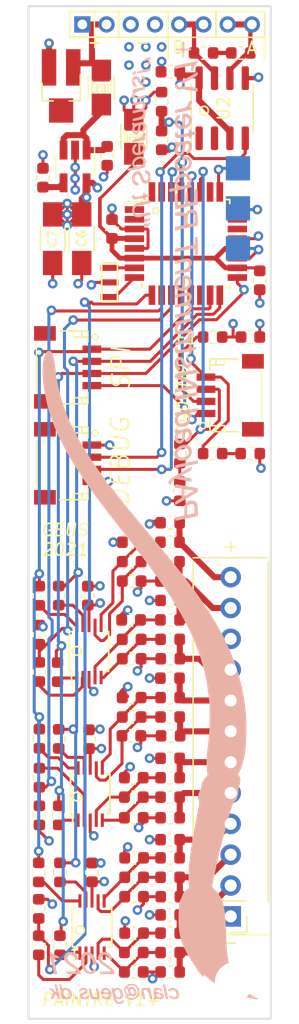
<source format=kicad_pcb>
(kicad_pcb (version 20171130) (host pcbnew "(5.1.9-0-10_14)")
  (layers (0 F.Cu signal) (1 GND power) (2 PWR power) (31 B.Cu signal) (34 B.Paste user hide) (35 F.Paste user hide) (36 B.SilkS user hide) (37 F.SilkS user) (38 B.Mask user hide) (39 F.Mask user hide) (44 Edge.Cuts user))
  (net 0 "")
  (net 1 GND)
  (net 2 +3V3)
  (net 3 "Net-(C3-Pad2)")
  (net 4 rxd)
  (net 5 txd)
  (net 6 "Net-(C5-Pad1)")
  (net 7 scl)
  (net 8 sda)
  (net 9 "Net-(U5-Pad26)")
  (net 10 "Net-(U5-Pad22)")
  (net 11 "Net-(U5-Pad14)")
  (net 12 "Net-(U5-Pad13)")
  (net 13 "Net-(U5-Pad12)")
  (net 14 cs_1)
  (net 15 "Net-(U5-Pad8)")
  (net 16 "Net-(U5-Pad7)")
  (net 17 "Net-(U5-Pad2)")
  (net 18 sck)
  (net 19 "Net-(D7-Pad1)")
  (net 20 miso)
  (net 21 mosi)
  (net 22 reset)
  (net 23 "Net-(U5-Pad1)")
  (net 24 "Net-(C16-Pad1)")
  (net 25 "Net-(TP4-Pad1)")
  (net 26 "Net-(TP3-Pad1)")
  (net 27 "Net-(TP2-Pad1)")
  (net 28 "Net-(C13-Pad1)")
  (net 29 "Net-(C21-Pad2)")
  (net 30 "Net-(C20-Pad2)")
  (net 31 "Net-(R19-Pad1)")
  (net 32 "Net-(R18-Pad1)")
  (net 33 "Net-(R17-Pad1)")
  (net 34 "Net-(R21-Pad1)")
  (net 35 "Net-(C2-Pad2)")
  (net 36 "Net-(U2-Pad1)")
  (net 37 "Net-(U2-Pad2)")
  (net 38 "Net-(U5-Pad32)")
  (net 39 "Net-(F1-Pad2)")
  (net 40 tc1+)
  (net 41 tc1-)
  (net 42 tc2+)
  (net 43 tc2-)
  (net 44 RS485-A)
  (net 45 RS485-B)
  (net 46 "Net-(C17-Pad1)")
  (net 47 "Net-(C11-Pad2)")
  (net 48 "Net-(C10-Pad2)")
  (net 49 "Net-(C10-Pad1)")
  (net 50 "Net-(R9-Pad1)")
  (net 51 "Net-(R10-Pad1)")
  (net 52 "Net-(R11-Pad1)")
  (net 53 "Net-(R26-Pad1)")
  (net 54 tc4-)
  (net 55 tc3-)
  (net 56 tc3+)
  (net 57 tc4+)
  (net 58 cs_2)
  (net 59 "Net-(C24-Pad2)")
  (net 60 "Net-(C24-Pad1)")
  (net 61 "Net-(C25-Pad2)")
  (net 62 "Net-(C25-Pad1)")
  (net 63 tc6+)
  (net 64 tc6-)
  (net 65 tc5+)
  (net 66 tc5-)
  (net 67 "Net-(R36-Pad1)")
  (net 68 "Net-(R37-Pad1)")
  (net 69 "Net-(R38-Pad1)")
  (net 70 cs_3)
  (net 71 "Net-(R39-Pad1)")
  (net 72 "Net-(U5-Pad23)")
  (net 73 "Net-(Ri2cSCL1-Pad1)")
  (net 74 "Net-(Ri2cSDA1-Pad1)")
  (net 75 "Net-(Rterm1-Pad1)")
  (module "Rare flowers:ferrite_bead_1206" (layer F.Cu) (at 130.52 70.35 90)
    (fp_text reference L5 hide)
    (fp_text value Ferrite_Bead_Small hide)
    (fp_text user bead (at 0.05 -0.02) (layer F.SilkS) (effects (font (size 1 0.5) (thickness 0.125))))
    (pad 2 smd rect (at 1.4 0 90) (size 1.8 1.6) (layers F.Cu F.Paste F.Mask) (net 19 "Net-(D7-Pad1)"))
    (pad 1 smd rect (at -1.4 0 90) (size 1.8 1.6) (layers F.Cu F.Paste F.Mask) (net 24 "Net-(C16-Pad1)"))
  )
  (module "Rare flowers:ferrite_bead_1206" (layer F.Cu) (at 133.2 74.4 270)
    (fp_text reference L6 hide)
    (fp_text value Ferrite_Bead_Small hide)
    (fp_text user bead (at -0.001804 0) (layer F.SilkS) (effects (font (size 1 0.5) (thickness 0.125))))
    (pad 2 smd rect (at 1.4 0 270) (size 1.8 1.6) (layers F.Cu F.Paste F.Mask) (net 28 "Net-(C13-Pad1)"))
    (pad 1 smd rect (at -1.4 0 270) (size 1.8 1.6) (layers F.Cu F.Paste F.Mask) (net 2 +3V3))
  )
  (module Resistor_SMD:R_0603_1608Metric_fabdesignatorsmall (layer F.Cu) (at 142.0375 67.5 180)
    (fp_text reference Rterm2 hide)
    (fp_text value 50)
    (pad 1 smd roundrect (at -0.7875 0 180) (size 0.875 0.95) (layers F.Cu F.Paste F.Mask) (net 44 RS485-A))
    (pad 2 smd roundrect (at 0.7875 0 180) (size 0.875 0.95) (layers F.Cu F.Paste F.Mask) (net 75 "Net-(Rterm1-Pad1)"))
  )
  (module Resistor_SMD:R_0603_1608Metric_fabdesignatorsmall (layer F.Cu) (at 137 103.6 90)
    (fp_text reference Ri2cSDA2 hide)
    (fp_text value 500)
    (pad 1 smd roundrect (at -0.7875 0 90) (size 0.875 0.95) (layers F.Cu F.Paste F.Mask) (net 2 +3V3))
    (pad 2 smd roundrect (at 0.7875 0 90) (size 0.875 0.95) (layers F.Cu F.Paste F.Mask) (net 74 "Net-(Ri2cSDA1-Pad1)"))
  )
  (module Resistor_SMD:R_0603_1608Metric_fabdesignatorsmall (layer F.Cu) (at 142.8125 100.5 180)
    (fp_text reference Ri2cSCL2 hide)
    (fp_text value 500)
    (pad 1 smd roundrect (at -0.7875 0 180) (size 0.875 0.95) (layers F.Cu F.Paste F.Mask) (net 2 +3V3))
    (pad 2 smd roundrect (at 0.7875 0 180) (size 0.875 0.95) (layers F.Cu F.Paste F.Mask) (net 73 "Net-(Ri2cSCL1-Pad1)"))
  )
  (module "Rare flowers:paintre v1" (layer B.Cu) (at 134.75 106.5 180)
    (fp_text reference G*** hide)
    (fp_text value LOGO hide)
  )
  (module Connector_PinHeader_2.54mm:ScrewTerminal_1x12_P2.54mm_Vertical (layer F.Cu) (at 141.2 138.62 180)
    (fp_text reference J3 hide)
    (fp_text value TC hide)
    (pad 12 thru_hole oval (at 0 27.94 180) (size 1.7 1.7) (drill 1) (layers *.Cu *.Mask) (net 63 tc6+))
    (pad 11 thru_hole oval (at 0 25.4 180) (size 1.7 1.7) (drill 1) (layers *.Cu *.Mask) (net 64 tc6-))
    (pad 10 thru_hole oval (at 0 22.86 180) (size 1.7 1.7) (drill 1) (layers *.Cu *.Mask) (net 65 tc5+))
    (pad 9 thru_hole oval (at 0 20.32 180) (size 1.7 1.7) (drill 1) (layers *.Cu *.Mask) (net 66 tc5-))
    (pad 8 thru_hole oval (at 0 17.78 180) (size 1.7 1.7) (drill 1) (layers *.Cu *.Mask) (net 57 tc4+))
    (pad 7 thru_hole oval (at 0 15.24 180) (size 1.7 1.7) (drill 1) (layers *.Cu *.Mask) (net 54 tc4-))
    (pad 6 thru_hole oval (at 0 12.7 180) (size 1.7 1.7) (drill 1) (layers *.Cu *.Mask) (net 56 tc3+))
    (pad 5 thru_hole oval (at 0 10.16 180) (size 1.7 1.7) (drill 1) (layers *.Cu *.Mask) (net 55 tc3-))
    (pad 4 thru_hole oval (at 0 7.62 180) (size 1.7 1.7) (drill 1) (layers *.Cu *.Mask) (net 42 tc2+))
    (pad 3 thru_hole oval (at 0 5.08 180) (size 1.7 1.7) (drill 1) (layers *.Cu *.Mask) (net 43 tc2-))
    (pad 2 thru_hole oval (at 0 2.54 180) (size 1.7 1.7) (drill 1) (layers *.Cu *.Mask) (net 40 tc1+))
    (pad 1 thru_hole rect (at 0 0 180) (size 1.7 1.7) (drill 1) (layers *.Cu *.Mask) (net 41 tc1-))
  )
  (module TestPoint:TestPoint_Pad_2.0x2.0mm (layer B.Cu) (at 141.8 83.6)
    (fp_text reference TP2 hide)
    (fp_text value pc0 hide)
    (pad 1 smd rect (at 0 0) (size 2 2) (layers B.Cu B.Mask) (net 27 "Net-(TP2-Pad1)"))
  )
  (module Capacitor_SMD:C_0603_1608Metric_fabdesignatorsmall (layer F.Cu) (at 125.7 77.775 90)
    (fp_text reference C5 hide)
    (fp_text value 10n)
    (pad 1 smd roundrect (at -0.775 0 90) (size 0.9 0.95) (layers F.Cu F.Paste F.Mask) (net 6 "Net-(C5-Pad1)"))
    (pad 2 smd roundrect (at 0.775 0 90) (size 0.9 0.95) (layers F.Cu F.Paste F.Mask) (net 1 GND))
  )
  (module Capacitor_SMD:C_0603_1608Metric_fabdesignatorsmall (layer F.Cu) (at 133.225 137)
    (fp_text reference C4 hide)
    (fp_text value .1u)
    (pad 1 smd roundrect (at -0.775 0) (size 0.9 0.95) (layers F.Cu F.Paste F.Mask) (net 3 "Net-(C3-Pad2)"))
    (pad 2 smd roundrect (at 0.775 0) (size 0.9 0.95) (layers F.Cu F.Paste F.Mask) (net 1 GND))
  )
  (module Capacitor_SMD:C_0603_1608Metric_fabdesignatorsmall (layer F.Cu) (at 133.225 135.4)
    (fp_text reference C3 hide)
    (fp_text value 1u)
    (pad 1 smd roundrect (at -0.775 0) (size 0.9 0.95) (layers F.Cu F.Paste F.Mask) (net 35 "Net-(C2-Pad2)"))
    (pad 2 smd roundrect (at 0.775 0) (size 0.9 0.95) (layers F.Cu F.Paste F.Mask) (net 3 "Net-(C3-Pad2)"))
  )
  (module Capacitor_SMD:C_0603_1608Metric_fabdesignatorsmall (layer F.Cu) (at 133.225 133.8)
    (fp_text reference C2 hide)
    (fp_text value .1u)
    (pad 1 smd roundrect (at -0.775 0) (size 0.9 0.95) (layers F.Cu F.Paste F.Mask) (net 1 GND))
    (pad 2 smd roundrect (at 0.775 0) (size 0.9 0.95) (layers F.Cu F.Paste F.Mask) (net 35 "Net-(C2-Pad2)"))
  )
  (module Capacitor_SMD:C_0603_1608Metric_fabdesignatorsmall (layer F.Cu) (at 129.75 135 90)
    (fp_text reference C1 hide)
    (fp_text value .1u)
    (pad 1 smd roundrect (at -0.775 0 90) (size 0.9 0.95) (layers F.Cu F.Paste F.Mask) (net 2 +3V3))
    (pad 2 smd roundrect (at 0.775 0 90) (size 0.9 0.95) (layers F.Cu F.Paste F.Mask) (net 1 GND))
  )
  (module Capacitor_SMD:C_0603_1608Metric_fabdesignatorsmall (layer F.Cu) (at 129.4 112.2 90)
    (fp_text reference C30 hide)
    (fp_text value .1u)
    (pad 1 smd roundrect (at -0.775 0 90) (size 0.9 0.95) (layers F.Cu F.Paste F.Mask) (net 2 +3V3))
    (pad 2 smd roundrect (at 0.775 0 90) (size 0.9 0.95) (layers F.Cu F.Paste F.Mask) (net 1 GND))
  )
  (module Capacitor_SMD:C_0603_1608Metric_fabdesignatorsmall (layer F.Cu) (at 133.025 111)
    (fp_text reference C29 hide)
    (fp_text value .1u)
    (pad 1 smd roundrect (at -0.775 0) (size 0.9 0.95) (layers F.Cu F.Paste F.Mask) (net 61 "Net-(C25-Pad2)"))
    (pad 2 smd roundrect (at 0.775 0) (size 0.9 0.95) (layers F.Cu F.Paste F.Mask) (net 1 GND))
  )
  (module Capacitor_SMD:C_0603_1608Metric_fabdesignatorsmall (layer F.Cu) (at 133.025 107.8)
    (fp_text reference C28 hide)
    (fp_text value .1u)
    (pad 1 smd roundrect (at -0.775 0) (size 0.9 0.95) (layers F.Cu F.Paste F.Mask) (net 1 GND))
    (pad 2 smd roundrect (at 0.775 0) (size 0.9 0.95) (layers F.Cu F.Paste F.Mask) (net 62 "Net-(C25-Pad1)"))
  )
  (module Capacitor_SMD:C_0603_1608Metric_fabdesignatorsmall (layer F.Cu) (at 133.025 117.4)
    (fp_text reference C27 hide)
    (fp_text value .1u)
    (pad 1 smd roundrect (at -0.775 0) (size 0.9 0.95) (layers F.Cu F.Paste F.Mask) (net 59 "Net-(C24-Pad2)"))
    (pad 2 smd roundrect (at 0.775 0) (size 0.9 0.95) (layers F.Cu F.Paste F.Mask) (net 1 GND))
  )
  (module Capacitor_SMD:C_0603_1608Metric_fabdesignatorsmall (layer F.Cu) (at 132.975 114.2)
    (fp_text reference C26 hide)
    (fp_text value .1u)
    (pad 1 smd roundrect (at -0.775 0) (size 0.9 0.95) (layers F.Cu F.Paste F.Mask) (net 1 GND))
    (pad 2 smd roundrect (at 0.775 0) (size 0.9 0.95) (layers F.Cu F.Paste F.Mask) (net 60 "Net-(C24-Pad1)"))
  )
  (module Capacitor_SMD:C_0603_1608Metric_fabdesignatorsmall (layer F.Cu) (at 133.025 109.4)
    (fp_text reference C25 hide)
    (fp_text value 1u)
    (pad 1 smd roundrect (at -0.775 0) (size 0.9 0.95) (layers F.Cu F.Paste F.Mask) (net 62 "Net-(C25-Pad1)"))
    (pad 2 smd roundrect (at 0.775 0) (size 0.9 0.95) (layers F.Cu F.Paste F.Mask) (net 61 "Net-(C25-Pad2)"))
  )
  (module Capacitor_SMD:C_0603_1608Metric_fabdesignatorsmall (layer F.Cu) (at 133.025 115.8)
    (fp_text reference C24 hide)
    (fp_text value 1u)
    (pad 1 smd roundrect (at -0.775 0) (size 0.9 0.95) (layers F.Cu F.Paste F.Mask) (net 60 "Net-(C24-Pad1)"))
    (pad 2 smd roundrect (at 0.775 0) (size 0.9 0.95) (layers F.Cu F.Paste F.Mask) (net 59 "Net-(C24-Pad2)"))
  )
  (module Capacitor_SMD:C_0603_1608Metric_fabdesignatorsmall (layer F.Cu) (at 129.5 124.025 90)
    (fp_text reference C23 hide)
    (fp_text value .1u)
    (pad 1 smd roundrect (at -0.775 0 90) (size 0.9 0.95) (layers F.Cu F.Paste F.Mask) (net 2 +3V3))
    (pad 2 smd roundrect (at 0.775 0 90) (size 0.9 0.95) (layers F.Cu F.Paste F.Mask) (net 1 GND))
  )
  (module Capacitor_SMD:C_0603_1608Metric_fabdesignatorsmall (layer F.Cu) (at 133.2 143.2)
    (fp_text reference C22 hide)
    (fp_text value .1u)
    (pad 1 smd roundrect (at -0.775 0) (size 0.9 0.95) (layers F.Cu F.Paste F.Mask) (net 29 "Net-(C21-Pad2)"))
    (pad 2 smd roundrect (at 0.775 0) (size 0.9 0.95) (layers F.Cu F.Paste F.Mask) (net 1 GND))
  )
  (module Capacitor_SMD:C_0603_1608Metric_fabdesignatorsmall (layer F.Cu) (at 133.2 141.6)
    (fp_text reference C21 hide)
    (fp_text value 1u)
    (pad 1 smd roundrect (at -0.775 0) (size 0.9 0.95) (layers F.Cu F.Paste F.Mask) (net 30 "Net-(C20-Pad2)"))
    (pad 2 smd roundrect (at 0.775 0) (size 0.9 0.95) (layers F.Cu F.Paste F.Mask) (net 29 "Net-(C21-Pad2)"))
  )
  (module Capacitor_SMD:C_0603_1608Metric_fabdesignatorsmall (layer F.Cu) (at 133.225 140)
    (fp_text reference C20 hide)
    (fp_text value .1u)
    (pad 1 smd roundrect (at -0.775 0) (size 0.9 0.95) (layers F.Cu F.Paste F.Mask) (net 1 GND))
    (pad 2 smd roundrect (at 0.775 0) (size 0.9 0.95) (layers F.Cu F.Paste F.Mask) (net 30 "Net-(C20-Pad2)"))
  )
  (module Capacitor_SMD:C_0603_1608Metric_fabdesignatorsmall (layer F.Cu) (at 133 123.75)
    (fp_text reference C19 hide)
    (fp_text value .1u)
    (pad 1 smd roundrect (at -0.775 0) (size 0.9 0.95) (layers F.Cu F.Paste F.Mask) (net 48 "Net-(C10-Pad2)"))
    (pad 2 smd roundrect (at 0.775 0) (size 0.9 0.95) (layers F.Cu F.Paste F.Mask) (net 1 GND))
  )
  (module Capacitor_SMD:C_0603_1608Metric_fabdesignatorsmall (layer F.Cu) (at 133.025 120.6)
    (fp_text reference C18 hide)
    (fp_text value .1u)
    (pad 1 smd roundrect (at -0.775 0) (size 0.9 0.95) (layers F.Cu F.Paste F.Mask) (net 1 GND))
    (pad 2 smd roundrect (at 0.775 0) (size 0.9 0.95) (layers F.Cu F.Paste F.Mask) (net 49 "Net-(C10-Pad1)"))
  )
  (module Capacitor_SMD:C_0603_1608Metric_fabdesignatorsmall (layer F.Cu) (at 133.2 130.5)
    (fp_text reference C17 hide)
    (fp_text value .1u)
    (pad 1 smd roundrect (at -0.775 0) (size 0.9 0.95) (layers F.Cu F.Paste F.Mask) (net 46 "Net-(C17-Pad1)"))
    (pad 2 smd roundrect (at 0.775 0) (size 0.9 0.95) (layers F.Cu F.Paste F.Mask) (net 1 GND))
  )
  (module Capacitor_SMD:C_0603_1608Metric_fabdesignatorsmall (layer F.Cu) (at 131 75.975 270)
    (fp_text reference C16 hide)
    (fp_text value 1u)
    (pad 1 smd roundrect (at -0.775 0 270) (size 0.9 0.95) (layers F.Cu F.Paste F.Mask) (net 24 "Net-(C16-Pad1)"))
    (pad 2 smd roundrect (at 0.775 0 270) (size 0.9 0.95) (layers F.Cu F.Paste F.Mask) (net 1 GND))
  )
  (module Capacitor_SMD:C_0603_1608Metric_fabdesignatorsmall (layer F.Cu) (at 135.5 74.7 270)
    (fp_text reference C15 hide)
    (fp_text value 1u)
    (pad 1 smd roundrect (at -0.775 0 270) (size 0.9 0.95) (layers F.Cu F.Paste F.Mask) (net 22 reset))
    (pad 2 smd roundrect (at 0.775 0 270) (size 0.9 0.95) (layers F.Cu F.Paste F.Mask) (net 1 GND))
  )
  (module Capacitor_SMD:C_0603_1608Metric_fabdesignatorsmall (layer F.Cu) (at 131.4 82 90)
    (fp_text reference C14 hide)
    (fp_text value .1u)
    (pad 1 smd roundrect (at -0.775 0 90) (size 0.9 0.95) (layers F.Cu F.Paste F.Mask) (net 28 "Net-(C13-Pad1)"))
    (pad 2 smd roundrect (at 0.775 0 90) (size 0.9 0.95) (layers F.Cu F.Paste F.Mask) (net 1 GND))
  )
  (module Capacitor_SMD:C_0603_1608Metric_fabdesignatorsmall (layer F.Cu) (at 143.6 86.225 270)
    (fp_text reference C13 hide)
    (fp_text value 1u)
    (pad 1 smd roundrect (at -0.775 0 270) (size 0.9 0.95) (layers F.Cu F.Paste F.Mask) (net 28 "Net-(C13-Pad1)"))
    (pad 2 smd roundrect (at 0.775 0 270) (size 0.9 0.95) (layers F.Cu F.Paste F.Mask) (net 1 GND))
  )
  (module Capacitor_SMD:C_0603_1608Metric_fabdesignatorsmall (layer F.Cu) (at 142.825 90.9)
    (fp_text reference C12 hide)
    (fp_text value .1u)
    (pad 1 smd roundrect (at -0.775 0) (size 0.9 0.95) (layers F.Cu F.Paste F.Mask) (net 2 +3V3))
    (pad 2 smd roundrect (at 0.775 0) (size 0.9 0.95) (layers F.Cu F.Paste F.Mask) (net 1 GND))
  )
  (module Capacitor_SMD:C_0603_1608Metric_fabdesignatorsmall (layer F.Cu) (at 133.2 127.2)
    (fp_text reference C11 hide)
    (fp_text value .1u)
    (pad 1 smd roundrect (at -0.775 0) (size 0.9 0.95) (layers F.Cu F.Paste F.Mask) (net 1 GND))
    (pad 2 smd roundrect (at 0.775 0) (size 0.9 0.95) (layers F.Cu F.Paste F.Mask) (net 47 "Net-(C11-Pad2)"))
  )
  (module Capacitor_SMD:C_0603_1608Metric_fabdesignatorsmall (layer F.Cu) (at 133.025 122.2)
    (fp_text reference C10 hide)
    (fp_text value 1u)
    (pad 1 smd roundrect (at -0.775 0) (size 0.9 0.95) (layers F.Cu F.Paste F.Mask) (net 49 "Net-(C10-Pad1)"))
    (pad 2 smd roundrect (at 0.775 0) (size 0.9 0.95) (layers F.Cu F.Paste F.Mask) (net 48 "Net-(C10-Pad2)"))
  )
  (module Capacitor_SMD:C_0603_1608Metric_fabdesignatorsmall (layer F.Cu) (at 136.225 69.05 180)
    (fp_text reference C9 hide)
    (fp_text value .1u)
    (pad 1 smd roundrect (at -0.775 0 180) (size 0.9 0.95) (layers F.Cu F.Paste F.Mask) (net 2 +3V3))
    (pad 2 smd roundrect (at 0.775 0 180) (size 0.9 0.95) (layers F.Cu F.Paste F.Mask) (net 1 GND))
  )
  (module Capacitor_SMD:C_0603_1608Metric_fabdesignatorsmall (layer F.Cu) (at 133.2 128.8)
    (fp_text reference C8 hide)
    (fp_text value 1u)
    (pad 1 smd roundrect (at -0.775 0) (size 0.9 0.95) (layers F.Cu F.Paste F.Mask) (net 47 "Net-(C11-Pad2)"))
    (pad 2 smd roundrect (at 0.775 0) (size 0.9 0.95) (layers F.Cu F.Paste F.Mask) (net 46 "Net-(C17-Pad1)"))
  )
  (module Resistor_SMD:R_0603_1608Metric_fabdesignatorsmall (layer F.Cu) (at 138.9625 67.5 180)
    (fp_text reference Rterm1 hide)
    (fp_text value 50)
    (pad 1 smd roundrect (at -0.7875 0 180) (size 0.875 0.95) (layers F.Cu F.Paste F.Mask) (net 75 "Net-(Rterm1-Pad1)"))
    (pad 2 smd roundrect (at 0.7875 0 180) (size 0.875 0.95) (layers F.Cu F.Paste F.Mask) (net 45 RS485-B))
  )
  (module Resistor_SMD:R_0603_1608Metric_fabdesignatorsmall (layer F.Cu) (at 137 100.5 90)
    (fp_text reference Ri2cSDA1 hide)
    (fp_text value 500)
    (pad 1 smd roundrect (at -0.7875 0 90) (size 0.875 0.95) (layers F.Cu F.Paste F.Mask) (net 74 "Net-(Ri2cSDA1-Pad1)"))
    (pad 2 smd roundrect (at 0.7875 0 90) (size 0.875 0.95) (layers F.Cu F.Paste F.Mask) (net 8 sda))
  )
  (module Resistor_SMD:R_0603_1608Metric_fabdesignatorsmall (layer F.Cu) (at 139.7125 100.5 180)
    (fp_text reference Ri2cSCL1 hide)
    (fp_text value 500)
    (pad 1 smd roundrect (at -0.7875 0 180) (size 0.875 0.95) (layers F.Cu F.Paste F.Mask) (net 73 "Net-(Ri2cSCL1-Pad1)"))
    (pad 2 smd roundrect (at 0.7875 0 180) (size 0.875 0.95) (layers F.Cu F.Paste F.Mask) (net 7 scl))
  )
  (module Resistor_SMD:R_0603_1608Metric_fabdesignatorsmall (layer F.Cu) (at 125.4 115.4125 90)
    (fp_text reference R40 hide)
    (fp_text value 1M)
    (pad 1 smd roundrect (at -0.7875 0 90) (size 0.875 0.95) (layers F.Cu F.Paste F.Mask) (net 70 cs_3))
    (pad 2 smd roundrect (at 0.7875 0 90) (size 0.875 0.95) (layers F.Cu F.Paste F.Mask) (net 2 +3V3))
  )
  (module Resistor_SMD:R_0603_1608Metric_fabdesignatorsmall (layer F.Cu) (at 125.4 118.4875 90)
    (fp_text reference R39 hide)
    (fp_text value 50)
    (pad 1 smd roundrect (at -0.7875 0 90) (size 0.875 0.95) (layers F.Cu F.Paste F.Mask) (net 71 "Net-(R39-Pad1)"))
    (pad 2 smd roundrect (at 0.7875 0 90) (size 0.875 0.95) (layers F.Cu F.Paste F.Mask) (net 70 cs_3))
  )
  (module Resistor_SMD:R_0603_1608Metric_fabdesignatorsmall (layer F.Cu) (at 127 112.2 90)
    (fp_text reference R38 hide)
    (fp_text value 50)
    (pad 1 smd roundrect (at -0.7875 0 90) (size 0.875 0.95) (layers F.Cu F.Paste F.Mask) (net 69 "Net-(R38-Pad1)"))
    (pad 2 smd roundrect (at 0.7875 0 90) (size 0.875 0.95) (layers F.Cu F.Paste F.Mask) (net 20 miso))
  )
  (module Resistor_SMD:R_0603_1608Metric_fabdesignatorsmall (layer F.Cu) (at 125.4 112.2125 90)
    (fp_text reference R37 hide)
    (fp_text value 50)
    (pad 1 smd roundrect (at -0.7875 0 90) (size 0.875 0.95) (layers F.Cu F.Paste F.Mask) (net 68 "Net-(R37-Pad1)"))
    (pad 2 smd roundrect (at 0.7875 0 90) (size 0.875 0.95) (layers F.Cu F.Paste F.Mask) (net 21 mosi))
  )
  (module Resistor_SMD:R_0603_1608Metric_fabdesignatorsmall (layer F.Cu) (at 126.9 118.5 90)
    (fp_text reference R36 hide)
    (fp_text value 50)
    (pad 1 smd roundrect (at -0.7875 0 90) (size 0.875 0.95) (layers F.Cu F.Paste F.Mask) (net 67 "Net-(R36-Pad1)"))
    (pad 2 smd roundrect (at 0.7875 0 90) (size 0.875 0.95) (layers F.Cu F.Paste F.Mask) (net 18 sck))
  )
  (module Resistor_SMD:R_0603_1608Metric_fabdesignatorsmall (layer F.Cu) (at 136.1875 109.4 180)
    (fp_text reference R35 hide)
    (fp_text value 500)
    (pad 1 smd roundrect (at -0.7875 0 180) (size 0.875 0.95) (layers F.Cu F.Paste F.Mask) (net 64 tc6-))
    (pad 2 smd roundrect (at 0.7875 0 180) (size 0.875 0.95) (layers F.Cu F.Paste F.Mask) (net 61 "Net-(C25-Pad2)"))
  )
  (module Resistor_SMD:R_0603_1608Metric_fabdesignatorsmall (layer F.Cu) (at 136.1875 107.8 180)
    (fp_text reference R34 hide)
    (fp_text value 500)
    (pad 1 smd roundrect (at -0.7875 0 180) (size 0.875 0.95) (layers F.Cu F.Paste F.Mask) (net 63 tc6+))
    (pad 2 smd roundrect (at 0.7875 0 180) (size 0.875 0.95) (layers F.Cu F.Paste F.Mask) (net 62 "Net-(C25-Pad1)"))
  )
  (module Resistor_SMD:R_0603_1608Metric_fabdesignatorsmall (layer F.Cu) (at 136.2 115.8 180)
    (fp_text reference R33 hide)
    (fp_text value 500)
    (pad 1 smd roundrect (at -0.7875 0 180) (size 0.875 0.95) (layers F.Cu F.Paste F.Mask) (net 66 tc5-))
    (pad 2 smd roundrect (at 0.7875 0 180) (size 0.875 0.95) (layers F.Cu F.Paste F.Mask) (net 59 "Net-(C24-Pad2)"))
  )
  (module Resistor_SMD:R_0603_1608Metric_fabdesignatorsmall (layer F.Cu) (at 136.1875 114.2 180)
    (fp_text reference R32 hide)
    (fp_text value 500)
    (pad 1 smd roundrect (at -0.7875 0 180) (size 0.875 0.95) (layers F.Cu F.Paste F.Mask) (net 65 tc5+))
    (pad 2 smd roundrect (at 0.7875 0 180) (size 0.875 0.95) (layers F.Cu F.Paste F.Mask) (net 60 "Net-(C24-Pad1)"))
  )
  (module Resistor_SMD:R_0603_1608Metric_fabdesignatorsmall (layer F.Cu) (at 136.1875 111 180)
    (fp_text reference R31 hide)
    (fp_text value 1M)
    (pad 1 smd roundrect (at -0.7875 0 180) (size 0.875 0.95) (layers F.Cu F.Paste F.Mask) (net 64 tc6-))
    (pad 2 smd roundrect (at 0.7875 0 180) (size 0.875 0.95) (layers F.Cu F.Paste F.Mask) (net 1 GND))
  )
  (module Resistor_SMD:R_0603_1608Metric_fabdesignatorsmall (layer F.Cu) (at 136.2 106.2)
    (fp_text reference R30 hide)
    (fp_text value 1M)
    (pad 1 smd roundrect (at -0.7875 0) (size 0.875 0.95) (layers F.Cu F.Paste F.Mask) (net 2 +3V3))
    (pad 2 smd roundrect (at 0.7875 0) (size 0.875 0.95) (layers F.Cu F.Paste F.Mask) (net 63 tc6+))
  )
  (module Resistor_SMD:R_0603_1608Metric_fabdesignatorsmall (layer F.Cu) (at 136.2125 117.4 180)
    (fp_text reference R29 hide)
    (fp_text value 1M)
    (pad 1 smd roundrect (at -0.7875 0 180) (size 0.875 0.95) (layers F.Cu F.Paste F.Mask) (net 66 tc5-))
    (pad 2 smd roundrect (at 0.7875 0 180) (size 0.875 0.95) (layers F.Cu F.Paste F.Mask) (net 1 GND))
  )
  (module Resistor_SMD:R_0603_1608Metric_fabdesignatorsmall (layer F.Cu) (at 136.2 112.6)
    (fp_text reference R28 hide)
    (fp_text value 1M)
    (pad 1 smd roundrect (at -0.7875 0) (size 0.875 0.95) (layers F.Cu F.Paste F.Mask) (net 2 +3V3))
    (pad 2 smd roundrect (at 0.7875 0) (size 0.875 0.95) (layers F.Cu F.Paste F.Mask) (net 65 tc5+))
  )
  (module Resistor_SMD:R_0603_1608Metric_fabdesignatorsmall (layer F.Cu) (at 125.4 130.3 270)
    (fp_text reference R27 hide)
    (fp_text value 1M)
    (pad 1 smd roundrect (at -0.7875 0 270) (size 0.875 0.95) (layers F.Cu F.Paste F.Mask) (net 58 cs_2))
    (pad 2 smd roundrect (at 0.7875 0 270) (size 0.875 0.95) (layers F.Cu F.Paste F.Mask) (net 2 +3V3))
  )
  (module Resistor_SMD:R_0603_1608Metric_fabdesignatorsmall (layer F.Cu) (at 125.4 127.2 270)
    (fp_text reference R26 hide)
    (fp_text value 50)
    (pad 1 smd roundrect (at -0.7875 0 270) (size 0.875 0.95) (layers F.Cu F.Paste F.Mask) (net 53 "Net-(R26-Pad1)"))
    (pad 2 smd roundrect (at 0.7875 0 270) (size 0.875 0.95) (layers F.Cu F.Paste F.Mask) (net 58 cs_2))
  )
  (module Resistor_SMD:R_0603_1608Metric_fabdesignatorsmall (layer F.Cu) (at 136.2 143.2 180)
    (fp_text reference R25 hide)
    (fp_text value 1M)
    (pad 1 smd roundrect (at -0.7875 0 180) (size 0.875 0.95) (layers F.Cu F.Paste F.Mask) (net 41 tc1-))
    (pad 2 smd roundrect (at 0.7875 0 180) (size 0.875 0.95) (layers F.Cu F.Paste F.Mask) (net 1 GND))
  )
  (module Resistor_SMD:R_0603_1608Metric_fabdesignatorsmall (layer F.Cu) (at 136.2 141.6 180)
    (fp_text reference R24 hide)
    (fp_text value 500)
    (pad 1 smd roundrect (at -0.7875 0 180) (size 0.875 0.95) (layers F.Cu F.Paste F.Mask) (net 41 tc1-))
    (pad 2 smd roundrect (at 0.7875 0 180) (size 0.875 0.95) (layers F.Cu F.Paste F.Mask) (net 29 "Net-(C21-Pad2)"))
  )
  (module Resistor_SMD:R_0603_1608Metric_fabdesignatorsmall (layer F.Cu) (at 136.2 140 180)
    (fp_text reference R23 hide)
    (fp_text value 500)
    (pad 1 smd roundrect (at -0.7875 0 180) (size 0.875 0.95) (layers F.Cu F.Paste F.Mask) (net 40 tc1+))
    (pad 2 smd roundrect (at 0.7875 0 180) (size 0.875 0.95) (layers F.Cu F.Paste F.Mask) (net 30 "Net-(C20-Pad2)"))
  )
  (module Resistor_SMD:R_0603_1608Metric_fabdesignatorsmall (layer F.Cu) (at 136.2 138.5)
    (fp_text reference R22 hide)
    (fp_text value 1M)
    (pad 1 smd roundrect (at -0.7875 0) (size 0.875 0.95) (layers F.Cu F.Paste F.Mask) (net 2 +3V3))
    (pad 2 smd roundrect (at 0.7875 0) (size 0.875 0.95) (layers F.Cu F.Paste F.Mask) (net 40 tc1+))
  )
  (module Resistor_SMD:R_0603_1608Metric_fabdesignatorsmall (layer F.Cu) (at 125.35 141 90)
    (fp_text reference R21 hide)
    (fp_text value 50)
    (pad 1 smd roundrect (at -0.7875 0 90) (size 0.875 0.95) (layers F.Cu F.Paste F.Mask) (net 34 "Net-(R21-Pad1)"))
    (pad 2 smd roundrect (at 0.7875 0 90) (size 0.875 0.95) (layers F.Cu F.Paste F.Mask) (net 14 cs_1))
  )
  (module Resistor_SMD:R_0603_1608Metric_fabdesignatorsmall (layer F.Cu) (at 125.35 138 90)
    (fp_text reference R20 hide)
    (fp_text value 1M)
    (pad 1 smd roundrect (at -0.7875 0 90) (size 0.875 0.95) (layers F.Cu F.Paste F.Mask) (net 14 cs_1))
    (pad 2 smd roundrect (at 0.7875 0 90) (size 0.875 0.95) (layers F.Cu F.Paste F.Mask) (net 2 +3V3))
  )
  (module Resistor_SMD:R_0603_1608Metric_fabdesignatorsmall (layer F.Cu) (at 127.1 135 90)
    (fp_text reference R19 hide)
    (fp_text value 50)
    (pad 1 smd roundrect (at -0.7875 0 90) (size 0.875 0.95) (layers F.Cu F.Paste F.Mask) (net 31 "Net-(R19-Pad1)"))
    (pad 2 smd roundrect (at 0.7875 0 90) (size 0.875 0.95) (layers F.Cu F.Paste F.Mask) (net 20 miso))
  )
  (module Resistor_SMD:R_0603_1608Metric_fabdesignatorsmall (layer F.Cu) (at 125.35 135 90)
    (fp_text reference R18 hide)
    (fp_text value 50)
    (pad 1 smd roundrect (at -0.7875 0 90) (size 0.875 0.95) (layers F.Cu F.Paste F.Mask) (net 32 "Net-(R18-Pad1)"))
    (pad 2 smd roundrect (at 0.7875 0 90) (size 0.875 0.95) (layers F.Cu F.Paste F.Mask) (net 21 mosi))
  )
  (module Resistor_SMD:R_0603_1608Metric_fabdesignatorsmall (layer F.Cu) (at 127.1 141 90)
    (fp_text reference R17 hide)
    (fp_text value 50)
    (pad 1 smd roundrect (at -0.7875 0 90) (size 0.875 0.95) (layers F.Cu F.Paste F.Mask) (net 33 "Net-(R17-Pad1)"))
    (pad 2 smd roundrect (at 0.7875 0 90) (size 0.875 0.95) (layers F.Cu F.Paste F.Mask) (net 18 sck))
  )
  (module Resistor_SMD:R_0603_1608Metric_fabdesignatorsmall (layer F.Cu) (at 136.2125 137 180)
    (fp_text reference R16 hide)
    (fp_text value 1M)
    (pad 1 smd roundrect (at -0.7875 0 180) (size 0.875 0.95) (layers F.Cu F.Paste F.Mask) (net 43 tc2-))
    (pad 2 smd roundrect (at 0.7875 0 180) (size 0.875 0.95) (layers F.Cu F.Paste F.Mask) (net 1 GND))
  )
  (module Resistor_SMD:R_0603_1608Metric_fabdesignatorsmall (layer F.Cu) (at 136.2 135.4 180)
    (fp_text reference R15 hide)
    (fp_text value 500)
    (pad 1 smd roundrect (at -0.7875 0 180) (size 0.875 0.95) (layers F.Cu F.Paste F.Mask) (net 43 tc2-))
    (pad 2 smd roundrect (at 0.7875 0 180) (size 0.875 0.95) (layers F.Cu F.Paste F.Mask) (net 3 "Net-(C3-Pad2)"))
  )
  (module Resistor_SMD:R_0603_1608Metric_fabdesignatorsmall (layer F.Cu) (at 135.5 71.5125 270)
    (fp_text reference R14 hide)
    (fp_text value 4.7k)
    (pad 1 smd roundrect (at -0.7875 0 270) (size 0.875 0.95) (layers F.Cu F.Paste F.Mask) (net 2 +3V3))
    (pad 2 smd roundrect (at 0.7875 0 270) (size 0.875 0.95) (layers F.Cu F.Paste F.Mask) (net 22 reset))
  )
  (module Resistor_SMD:R_0603_1608Metric_fabdesignatorsmall (layer F.Cu) (at 136.2 133.8 180)
    (fp_text reference R13 hide)
    (fp_text value 500)
    (pad 1 smd roundrect (at -0.7875 0 180) (size 0.875 0.95) (layers F.Cu F.Paste F.Mask) (net 42 tc2+))
    (pad 2 smd roundrect (at 0.7875 0 180) (size 0.875 0.95) (layers F.Cu F.Paste F.Mask) (net 35 "Net-(C2-Pad2)"))
  )
  (module Resistor_SMD:R_0603_1608Metric_fabdesignatorsmall (layer F.Cu) (at 136.2 132.3)
    (fp_text reference R12 hide)
    (fp_text value 1M)
    (pad 1 smd roundrect (at -0.7875 0) (size 0.875 0.95) (layers F.Cu F.Paste F.Mask) (net 2 +3V3))
    (pad 2 smd roundrect (at 0.7875 0) (size 0.875 0.95) (layers F.Cu F.Paste F.Mask) (net 42 tc2+))
  )
  (module Resistor_SMD:R_0603_1608Metric_fabdesignatorsmall (layer F.Cu) (at 127 124 90)
    (fp_text reference R11 hide)
    (fp_text value 50)
    (pad 1 smd roundrect (at -0.7875 0 90) (size 0.875 0.95) (layers F.Cu F.Paste F.Mask) (net 52 "Net-(R11-Pad1)"))
    (pad 2 smd roundrect (at 0.7875 0 90) (size 0.875 0.95) (layers F.Cu F.Paste F.Mask) (net 20 miso))
  )
  (module Resistor_SMD:R_0603_1608Metric_fabdesignatorsmall (layer F.Cu) (at 125.4 123.9875 90)
    (fp_text reference R10 hide)
    (fp_text value 50)
    (pad 1 smd roundrect (at -0.7875 0 90) (size 0.875 0.95) (layers F.Cu F.Paste F.Mask) (net 51 "Net-(R10-Pad1)"))
    (pad 2 smd roundrect (at 0.7875 0 90) (size 0.875 0.95) (layers F.Cu F.Paste F.Mask) (net 21 mosi))
  )
  (module Resistor_SMD:R_0603_1608Metric_fabdesignatorsmall (layer F.Cu) (at 127 130.3 90)
    (fp_text reference R9 hide)
    (fp_text value 50)
    (pad 1 smd roundrect (at -0.7875 0 90) (size 0.875 0.95) (layers F.Cu F.Paste F.Mask) (net 50 "Net-(R9-Pad1)"))
    (pad 2 smd roundrect (at 0.7875 0 90) (size 0.875 0.95) (layers F.Cu F.Paste F.Mask) (net 18 sck))
  )
  (module Resistor_SMD:R_0603_1608Metric_fabdesignatorsmall (layer F.Cu) (at 136.2 122.2 180)
    (fp_text reference R8 hide)
    (fp_text value 500)
    (pad 1 smd roundrect (at -0.7875 0 180) (size 0.875 0.95) (layers F.Cu F.Paste F.Mask) (net 54 tc4-))
    (pad 2 smd roundrect (at 0.7875 0 180) (size 0.875 0.95) (layers F.Cu F.Paste F.Mask) (net 48 "Net-(C10-Pad2)"))
  )
  (module Resistor_SMD:R_0603_1608Metric_fabdesignatorsmall (layer F.Cu) (at 136.2 120.6 180)
    (fp_text reference R7 hide)
    (fp_text value 500)
    (pad 1 smd roundrect (at -0.7875 0 180) (size 0.875 0.95) (layers F.Cu F.Paste F.Mask) (net 57 tc4+))
    (pad 2 smd roundrect (at 0.7875 0 180) (size 0.875 0.95) (layers F.Cu F.Paste F.Mask) (net 49 "Net-(C10-Pad1)"))
  )
  (module Resistor_SMD:R_0603_1608Metric_fabdesignatorsmall (layer F.Cu) (at 136.2 128.8 180)
    (fp_text reference R6 hide)
    (fp_text value 500)
    (pad 1 smd roundrect (at -0.7875 0 180) (size 0.875 0.95) (layers F.Cu F.Paste F.Mask) (net 55 tc3-))
    (pad 2 smd roundrect (at 0.7875 0 180) (size 0.875 0.95) (layers F.Cu F.Paste F.Mask) (net 46 "Net-(C17-Pad1)"))
  )
  (module Resistor_SMD:R_0603_1608Metric_fabdesignatorsmall (layer F.Cu) (at 136.2 127.2 180)
    (fp_text reference R5 hide)
    (fp_text value 500)
    (pad 1 smd roundrect (at -0.7875 0 180) (size 0.875 0.95) (layers F.Cu F.Paste F.Mask) (net 56 tc3+))
    (pad 2 smd roundrect (at 0.7875 0 180) (size 0.875 0.95) (layers F.Cu F.Paste F.Mask) (net 47 "Net-(C11-Pad2)"))
  )
  (module Resistor_SMD:R_0603_1608Metric_fabdesignatorsmall (layer F.Cu) (at 136.2375 123.75 180)
    (fp_text reference R4 hide)
    (fp_text value 1M)
    (pad 1 smd roundrect (at -0.7875 0 180) (size 0.875 0.95) (layers F.Cu F.Paste F.Mask) (net 54 tc4-))
    (pad 2 smd roundrect (at 0.7875 0 180) (size 0.875 0.95) (layers F.Cu F.Paste F.Mask) (net 1 GND))
  )
  (module Resistor_SMD:R_0603_1608Metric_fabdesignatorsmall (layer F.Cu) (at 136.1875 119)
    (fp_text reference R3 hide)
    (fp_text value 1M)
    (pad 1 smd roundrect (at -0.7875 0) (size 0.875 0.95) (layers F.Cu F.Paste F.Mask) (net 2 +3V3))
    (pad 2 smd roundrect (at 0.7875 0) (size 0.875 0.95) (layers F.Cu F.Paste F.Mask) (net 57 tc4+))
  )
  (module Resistor_SMD:R_0603_1608Metric_fabdesignatorsmall (layer F.Cu) (at 136.2 130.5 180)
    (fp_text reference R2 hide)
    (fp_text value 1M)
    (pad 1 smd roundrect (at -0.7875 0 180) (size 0.875 0.95) (layers F.Cu F.Paste F.Mask) (net 55 tc3-))
    (pad 2 smd roundrect (at 0.7875 0 180) (size 0.875 0.95) (layers F.Cu F.Paste F.Mask) (net 1 GND))
  )
  (module Resistor_SMD:R_0603_1608Metric_fabdesignatorsmall (layer F.Cu) (at 136.2 125.6)
    (fp_text reference R1 hide)
    (fp_text value 1M)
    (pad 1 smd roundrect (at -0.7875 0) (size 0.875 0.95) (layers F.Cu F.Paste F.Mask) (net 2 +3V3))
    (pad 2 smd roundrect (at 0.7875 0) (size 0.875 0.95) (layers F.Cu F.Paste F.Mask) (net 56 tc3+))
  )
  (module Package_SO:TSSOP-10_3x3mm_P0.5mm (layer F.Cu) (at 129.5 116.8 90)
    (fp_text reference U4 hide)
    (fp_text value ADS1118IDGS)
    (pad 10 smd rect (at 2.15 -1 90) (size 1.1 0.25) (layers F.Cu F.Paste F.Mask) (net 68 "Net-(R37-Pad1)"))
    (pad 9 smd rect (at 2.15 -0.5 90) (size 1.1 0.25) (layers F.Cu F.Paste F.Mask) (net 69 "Net-(R38-Pad1)"))
    (pad 8 smd rect (at 2.15 0 90) (size 1.1 0.25) (layers F.Cu F.Paste F.Mask) (net 2 +3V3))
    (pad 7 smd rect (at 2.15 0.5 90) (size 1.1 0.25) (layers F.Cu F.Paste F.Mask) (net 61 "Net-(C25-Pad2)"))
    (pad 6 smd rect (at 2.15 1 90) (size 1.1 0.25) (layers F.Cu F.Paste F.Mask) (net 62 "Net-(C25-Pad1)"))
    (pad 5 smd rect (at -2.15 1 90) (size 1.1 0.25) (layers F.Cu F.Paste F.Mask) (net 59 "Net-(C24-Pad2)"))
    (pad 4 smd rect (at -2.15 0.5 90) (size 1.1 0.25) (layers F.Cu F.Paste F.Mask) (net 60 "Net-(C24-Pad1)"))
    (pad 3 smd rect (at -2.15 0 90) (size 1.1 0.25) (layers F.Cu F.Paste F.Mask) (net 1 GND))
    (pad 2 smd rect (at -2.15 -0.5 90) (size 1.1 0.25) (layers F.Cu F.Paste F.Mask) (net 71 "Net-(R39-Pad1)"))
    (pad 1 smd rect (at -2.15 -1 90) (size 1.1 0.25) (layers F.Cu F.Paste F.Mask) (net 67 "Net-(R36-Pad1)"))
  )
  (module Package_SO:TSSOP-10_3x3mm_P0.5mm (layer F.Cu) (at 129.6 128.55 90)
    (fp_text reference U3 hide)
    (fp_text value ADS1118IDGS hide)
    (pad 10 smd rect (at 2.15 -1 90) (size 1.1 0.25) (layers F.Cu F.Paste F.Mask) (net 51 "Net-(R10-Pad1)"))
    (pad 9 smd rect (at 2.15 -0.5 90) (size 1.1 0.25) (layers F.Cu F.Paste F.Mask) (net 52 "Net-(R11-Pad1)"))
    (pad 8 smd rect (at 2.15 0 90) (size 1.1 0.25) (layers F.Cu F.Paste F.Mask) (net 2 +3V3))
    (pad 7 smd rect (at 2.15 0.5 90) (size 1.1 0.25) (layers F.Cu F.Paste F.Mask) (net 48 "Net-(C10-Pad2)"))
    (pad 6 smd rect (at 2.15 1 90) (size 1.1 0.25) (layers F.Cu F.Paste F.Mask) (net 49 "Net-(C10-Pad1)"))
    (pad 5 smd rect (at -2.15 1 90) (size 1.1 0.25) (layers F.Cu F.Paste F.Mask) (net 46 "Net-(C17-Pad1)"))
    (pad 4 smd rect (at -2.15 0.5 90) (size 1.1 0.25) (layers F.Cu F.Paste F.Mask) (net 47 "Net-(C11-Pad2)"))
    (pad 3 smd rect (at -2.15 0 90) (size 1.1 0.25) (layers F.Cu F.Paste F.Mask) (net 1 GND))
    (pad 2 smd rect (at -2.15 -0.5 90) (size 1.1 0.25) (layers F.Cu F.Paste F.Mask) (net 53 "Net-(R26-Pad1)"))
    (pad 1 smd rect (at -2.15 -1 90) (size 1.1 0.25) (layers F.Cu F.Paste F.Mask) (net 50 "Net-(R9-Pad1)"))
  )
  (module Fuse:Fuse_0603_1608Metric (layer F.Cu) (at 139.7125 90.9 180)
    (fp_text reference F1 (at 2.1325 -0.09) (layer F.SilkS))
    (fp_text value Polyfuse hide)
    (pad 2 smd roundrect (at 0.7875 0 180) (size 0.875 0.95) (layers F.Cu F.Paste F.Mask) (net 39 "Net-(F1-Pad2)"))
    (pad 1 smd roundrect (at -0.7875 0 180) (size 0.875 0.95) (layers F.Cu F.Paste F.Mask) (net 2 +3V3))
  )
  (module Package_SO:TSSOP-10_3x3mm_P0.5mm (layer F.Cu) (at 129.75 139.5 90)
    (fp_text reference U7 hide)
    (fp_text value ADS1118IDGS hide)
    (pad 10 smd rect (at 2.15 -1 90) (size 1.1 0.25) (layers F.Cu F.Paste F.Mask) (net 32 "Net-(R18-Pad1)"))
    (pad 9 smd rect (at 2.15 -0.5 90) (size 1.1 0.25) (layers F.Cu F.Paste F.Mask) (net 31 "Net-(R19-Pad1)"))
    (pad 8 smd rect (at 2.15 0 90) (size 1.1 0.25) (layers F.Cu F.Paste F.Mask) (net 2 +3V3))
    (pad 7 smd rect (at 2.15 0.5 90) (size 1.1 0.25) (layers F.Cu F.Paste F.Mask) (net 3 "Net-(C3-Pad2)"))
    (pad 6 smd rect (at 2.15 1 90) (size 1.1 0.25) (layers F.Cu F.Paste F.Mask) (net 35 "Net-(C2-Pad2)"))
    (pad 5 smd rect (at -2.15 1 90) (size 1.1 0.25) (layers F.Cu F.Paste F.Mask) (net 29 "Net-(C21-Pad2)"))
    (pad 4 smd rect (at -2.15 0.5 90) (size 1.1 0.25) (layers F.Cu F.Paste F.Mask) (net 30 "Net-(C20-Pad2)"))
    (pad 3 smd rect (at -2.15 0 90) (size 1.1 0.25) (layers F.Cu F.Paste F.Mask) (net 1 GND))
    (pad 2 smd rect (at -2.15 -0.5 90) (size 1.1 0.25) (layers F.Cu F.Paste F.Mask) (net 34 "Net-(R21-Pad1)"))
    (pad 1 smd rect (at -2.15 -1 90) (size 1.1 0.25) (layers F.Cu F.Paste F.Mask) (net 33 "Net-(R17-Pad1)"))
  )
  (module MountingHole:MountingHole_3.2mm_M3 (layer F.Cu) (at 141.5 105.25)
    (fp_text reference H2 hide)
    (fp_text value MountingHole hide)
    (pad 1 np_thru_hole circle (at 0 0) (size 3.2 3.2) (drill 3.2) (layers *.Cu *.Mask))
  )
  (module MountingHole:MountingHole_3.2mm_M3 (layer F.Cu) (at 141.5 144)
    (fp_text reference H1 hide)
    (fp_text value MountingHole hide)
    (pad 1 np_thru_hole circle (at 0 0) (size 3.2 3.2) (drill 3.2) (layers *.Cu *.Mask))
  )
  (module Connector_PinSocket_2.00mm:PinSocket_1x08_P2.00mm_Vertical (layer F.Cu) (at 128.95 65.15 90)
    (fp_text reference J1 hide)
    (fp_text value ethernet hide)
    (pad 8 thru_hole oval (at 0 14 90) (size 1.35 1.35) (drill 0.8) (layers *.Cu *.Mask) (net 44 RS485-A))
    (pad 7 thru_hole oval (at 0 12 90) (size 1.35 1.35) (drill 0.8) (layers *.Cu *.Mask) (net 44 RS485-A))
    (pad 6 thru_hole oval (at 0 10 90) (size 1.35 1.35) (drill 0.8) (layers *.Cu *.Mask) (net 45 RS485-B))
    (pad 5 thru_hole oval (at 0 8 90) (size 1.35 1.35) (drill 0.8) (layers *.Cu *.Mask) (net 45 RS485-B))
    (pad 4 thru_hole oval (at 0 6 90) (size 1.35 1.35) (drill 0.8) (layers *.Cu *.Mask) (net 1 GND))
    (pad 3 thru_hole oval (at 0 4 90) (size 1.35 1.35) (drill 0.8) (layers *.Cu *.Mask) (net 1 GND))
    (pad 2 thru_hole oval (at 0 2 90) (size 1.35 1.35) (drill 0.8) (layers *.Cu *.Mask) (net 19 "Net-(D7-Pad1)"))
    (pad 1 thru_hole rect (at 0 0 90) (size 1.35 1.35) (drill 0.8) (layers *.Cu *.Mask) (net 19 "Net-(D7-Pad1)"))
  )
  (module TestPoint:TestPoint_Pad_2.0x2.0mm (layer B.Cu) (at 141.8 80.3)
    (fp_text reference TP3 hide)
    (fp_text value pc1 hide)
    (pad 1 smd rect (at 0 0) (size 2 2) (layers B.Cu B.Mask) (net 26 "Net-(TP3-Pad1)"))
  )
  (module TestPoint:TestPoint_Pad_2.0x2.0mm (layer B.Cu) (at 141.8 77)
    (fp_text reference TP4 hide)
    (fp_text value pc2 hide)
    (pad 1 smd rect (at 0 0) (size 2 2) (layers B.Cu B.Mask) (net 25 "Net-(TP4-Pad1)"))
  )
  (module Package_SO:SOIC-8_3.9x4.9mm_P1.27mm (layer F.Cu) (at 140.5 72.05 90)
    (fp_text reference U2 (at -0.02 0.13 90) (layer F.SilkS))
    (fp_text value THVD1428DR)
    (pad 8 smd roundrect (at 2.475 -1.905 90) (size 1.95 0.6) (layers F.Cu F.Paste F.Mask) (net 2 +3V3))
    (pad 7 smd roundrect (at 2.475 -0.635 90) (size 1.95 0.6) (layers F.Cu F.Paste F.Mask) (net 45 RS485-B))
    (pad 6 smd roundrect (at 2.475 0.635 90) (size 1.95 0.6) (layers F.Cu F.Paste F.Mask) (net 44 RS485-A))
    (pad 5 smd roundrect (at 2.475 1.905 90) (size 1.95 0.6) (layers F.Cu F.Paste F.Mask) (net 1 GND))
    (pad 4 smd roundrect (at -2.475 1.905 90) (size 1.95 0.6) (layers F.Cu F.Paste F.Mask) (net 5 txd))
    (pad 3 smd roundrect (at -2.475 0.635 90) (size 1.95 0.6) (layers F.Cu F.Paste F.Mask) (net 2 +3V3))
    (pad 2 smd roundrect (at -2.475 -0.635 90) (size 1.95 0.6) (layers F.Cu F.Paste F.Mask) (net 37 "Net-(U2-Pad2)"))
    (pad 1 smd roundrect (at -2.475 -1.905 90) (size 1.95 0.6) (layers F.Cu F.Paste F.Mask) (net 36 "Net-(U2-Pad1)"))
  )
  (module Housings_QFP:TQFP-32_7x7mm_Pitch0.8mm (layer F.Cu) (at 137.5 83.2)
    (fp_text reference U5 hide)
    (fp_text value ATmega328P-AU)
    (pad 32 smd rect (at -2.8 -4.25 90) (size 1.6 0.55) (layers F.Cu F.Paste F.Mask) (net 38 "Net-(U5-Pad32)"))
    (pad 31 smd rect (at -2 -4.25 90) (size 1.6 0.55) (layers F.Cu F.Paste F.Mask) (net 5 txd))
    (pad 30 smd rect (at -1.2 -4.25 90) (size 1.6 0.55) (layers F.Cu F.Paste F.Mask) (net 4 rxd))
    (pad 29 smd rect (at -0.4 -4.25 90) (size 1.6 0.55) (layers F.Cu F.Paste F.Mask) (net 22 reset))
    (pad 28 smd rect (at 0.4 -4.25 90) (size 1.6 0.55) (layers F.Cu F.Paste F.Mask) (net 7 scl))
    (pad 27 smd rect (at 1.2 -4.25 90) (size 1.6 0.55) (layers F.Cu F.Paste F.Mask) (net 8 sda))
    (pad 26 smd rect (at 2 -4.25 90) (size 1.6 0.55) (layers F.Cu F.Paste F.Mask) (net 9 "Net-(U5-Pad26)"))
    (pad 25 smd rect (at 2.8 -4.25 90) (size 1.6 0.55) (layers F.Cu F.Paste F.Mask) (net 25 "Net-(TP4-Pad1)"))
    (pad 24 smd rect (at 4.25 -2.8) (size 1.6 0.55) (layers F.Cu F.Paste F.Mask) (net 26 "Net-(TP3-Pad1)"))
    (pad 23 smd rect (at 4.25 -2) (size 1.6 0.55) (layers F.Cu F.Paste F.Mask) (net 72 "Net-(U5-Pad23)"))
    (pad 22 smd rect (at 4.25 -1.2) (size 1.6 0.55) (layers F.Cu F.Paste F.Mask) (net 10 "Net-(U5-Pad22)"))
    (pad 21 smd rect (at 4.25 -0.4) (size 1.6 0.55) (layers F.Cu F.Paste F.Mask) (net 1 GND))
    (pad 20 smd rect (at 4.25 0.4) (size 1.6 0.55) (layers F.Cu F.Paste F.Mask) (net 28 "Net-(C13-Pad1)"))
    (pad 19 smd rect (at 4.25 1.2) (size 1.6 0.55) (layers F.Cu F.Paste F.Mask) (net 27 "Net-(TP2-Pad1)"))
    (pad 18 smd rect (at 4.25 2) (size 1.6 0.55) (layers F.Cu F.Paste F.Mask) (net 28 "Net-(C13-Pad1)"))
    (pad 17 smd rect (at 4.25 2.8) (size 1.6 0.55) (layers F.Cu F.Paste F.Mask) (net 18 sck))
    (pad 16 smd rect (at 2.8 4.25 90) (size 1.6 0.55) (layers F.Cu F.Paste F.Mask) (net 20 miso))
    (pad 15 smd rect (at 2 4.25 90) (size 1.6 0.55) (layers F.Cu F.Paste F.Mask) (net 21 mosi))
    (pad 14 smd rect (at 1.2 4.25 90) (size 1.6 0.55) (layers F.Cu F.Paste F.Mask) (net 11 "Net-(U5-Pad14)"))
    (pad 13 smd rect (at 0.4 4.25 90) (size 1.6 0.55) (layers F.Cu F.Paste F.Mask) (net 12 "Net-(U5-Pad13)"))
    (pad 12 smd rect (at -0.4 4.25 90) (size 1.6 0.55) (layers F.Cu F.Paste F.Mask) (net 13 "Net-(U5-Pad12)"))
    (pad 11 smd rect (at -1.2 4.25 90) (size 1.6 0.55) (layers F.Cu F.Paste F.Mask) (net 70 cs_3))
    (pad 10 smd rect (at -2 4.25 90) (size 1.6 0.55) (layers F.Cu F.Paste F.Mask) (net 58 cs_2))
    (pad 9 smd rect (at -2.8 4.25 90) (size 1.6 0.55) (layers F.Cu F.Paste F.Mask) (net 14 cs_1))
    (pad 8 smd rect (at -4.25 2.8) (size 1.6 0.55) (layers F.Cu F.Paste F.Mask) (net 15 "Net-(U5-Pad8)"))
    (pad 7 smd rect (at -4.25 2) (size 1.6 0.55) (layers F.Cu F.Paste F.Mask) (net 16 "Net-(U5-Pad7)"))
    (pad 6 smd rect (at -4.25 1.2) (size 1.6 0.55) (layers F.Cu F.Paste F.Mask) (net 28 "Net-(C13-Pad1)"))
    (pad 5 smd rect (at -4.25 0.4) (size 1.6 0.55) (layers F.Cu F.Paste F.Mask) (net 1 GND))
    (pad 4 smd rect (at -4.25 -0.4) (size 1.6 0.55) (layers F.Cu F.Paste F.Mask) (net 28 "Net-(C13-Pad1)"))
    (pad 3 smd rect (at -4.25 -1.2) (size 1.6 0.55) (layers F.Cu F.Paste F.Mask) (net 1 GND))
    (pad 2 smd rect (at -4.25 -2) (size 1.6 0.55) (layers F.Cu F.Paste F.Mask) (net 17 "Net-(U5-Pad2)"))
    (pad 1 smd rect (at -4.25 -2.8) (size 1.6 0.55) (layers F.Cu F.Paste F.Mask) (net 23 "Net-(U5-Pad1)"))
  )
  (module Connectors_JST:JST_SH_SM04B-SRSS-TB_04x1.00mm_Angled (layer F.Cu) (at 127.8 93.4 270)
    (fp_text reference J2 hide)
    (fp_text value SPI)
    (pad 1 smd rect (at -1.5 -1.9375 270) (size 0.6 1.55) (layers F.Cu F.Paste F.Mask) (net 21 mosi))
    (pad 2 smd rect (at -0.5 -1.9375 270) (size 0.6 1.55) (layers F.Cu F.Paste F.Mask) (net 20 miso))
    (pad 3 smd rect (at 0.5 -1.9375 270) (size 0.6 1.55) (layers F.Cu F.Paste F.Mask) (net 18 sck))
    (pad 4 smd rect (at 1.5 -1.9375 270) (size 0.6 1.55) (layers F.Cu F.Paste F.Mask) (net 22 reset))
    (pad "" smd rect (at -2.8 1.9375 270) (size 1.2 1.8) (layers F.Cu F.Paste F.Mask))
    (pad "" smd rect (at 2.8 1.9375 270) (size 1.2 1.8) (layers F.Cu F.Paste F.Mask))
  )
  (module Connectors_JST:JST_SH_SM04B-SRSS-TB_04x1.00mm_Angled (layer F.Cu) (at 127.8 101.3 270)
    (fp_text reference J5 hide)
    (fp_text value debug)
    (pad "" smd rect (at 2.8 1.9375 270) (size 1.2 1.8) (layers F.Cu F.Paste F.Mask))
    (pad "" smd rect (at -2.8 1.9375 270) (size 1.2 1.8) (layers F.Cu F.Paste F.Mask))
    (pad 4 smd rect (at 1.5 -1.9375 270) (size 0.6 1.55) (layers F.Cu F.Paste F.Mask) (net 1 GND))
    (pad 3 smd rect (at 0.5 -1.9375 270) (size 0.6 1.55) (layers F.Cu F.Paste F.Mask) (net 4 rxd))
    (pad 2 smd rect (at -0.5 -1.9375 270) (size 0.6 1.55) (layers F.Cu F.Paste F.Mask) (net 5 txd))
    (pad 1 smd rect (at -1.5 -1.9375 270) (size 0.6 1.55) (layers F.Cu F.Paste F.Mask) (net 2 +3V3))
  )
  (module Connectors_JST:JST_SH_SM04B-SRSS-TB_04x1.00mm_Angled (layer F.Cu) (at 141.1 95.7 90)
    (fp_text reference J7 hide)
    (fp_text value BN080)
    (pad 1 smd rect (at -1.5 -1.9375 90) (size 0.6 1.55) (layers F.Cu F.Paste F.Mask) (net 1 GND))
    (pad 2 smd rect (at -0.5 -1.9375 90) (size 0.6 1.55) (layers F.Cu F.Paste F.Mask) (net 39 "Net-(F1-Pad2)"))
    (pad 3 smd rect (at 0.5 -1.9375 90) (size 0.6 1.55) (layers F.Cu F.Paste F.Mask) (net 8 sda))
    (pad 4 smd rect (at 1.5 -1.9375 90) (size 0.6 1.55) (layers F.Cu F.Paste F.Mask) (net 7 scl))
    (pad "" smd rect (at -2.8 1.9375 90) (size 1.2 1.8) (layers F.Cu F.Paste F.Mask))
    (pad "" smd rect (at 2.8 1.9375 90) (size 1.2 1.8) (layers F.Cu F.Paste F.Mask))
  )
  (module "New folder:C_1206_HandSoldering_silkscreenlabel" (layer F.Cu) (at 126.5 82.8 270)
    (fp_text reference C7 hide)
    (fp_text value 10u)
    (fp_text user %R (at 0 0 270) (layer F.SilkS) (effects (font (size 0.73 0.71))))
    (pad 1 smd rect (at -2 0 270) (size 2 1.6) (layers F.Cu F.Paste F.Mask) (net 2 +3V3))
    (pad 2 smd rect (at 2 0 270) (size 2 1.6) (layers F.Cu F.Paste F.Mask) (net 1 GND))
  )
  (module "New folder:C_1206_HandSoldering_silkscreenlabel" (layer F.Cu) (at 128.9 82.8 270)
    (fp_text reference C6 hide)
    (fp_text value 10u hide)
    (fp_text user %R (at 0 0 270) (layer F.SilkS) (effects (font (size 0.73 0.71))))
    (pad 1 smd rect (at -2 0 270) (size 2 1.6) (layers F.Cu F.Paste F.Mask) (net 2 +3V3))
    (pad 2 smd rect (at 2 0 270) (size 2 1.6) (layers F.Cu F.Paste F.Mask) (net 1 GND))
  )
  (module TO_SOT_Packages_SMD:SOT-23_handsoldering (layer F.Cu) (at 127.2 70.69 270)
    (fp_text reference D7 hide)
    (fp_text value AQ12)
    (pad 3 smd rect (at 1.55 0 270) (size 2 2) (layers F.Cu F.Paste F.Mask))
    (pad 2 smd rect (at -2 1 270) (size 3 1.2) (layers F.Cu F.Paste F.Mask) (net 1 GND))
    (pad 1 smd rect (at -2 -1 270) (size 3 1.2) (layers F.Cu F.Paste F.Mask) (net 19 "Net-(D7-Pad1)"))
  )
  (module "New folder:Resonator_SMD_muRata_CSTNE" (layer F.Cu) (at 131.2 86.4 90)
    (fp_text reference Y1 hide)
    (fp_text value "8MHz Resonator" hide)
    (pad 3 smd rect (at 1.2 0 90) (size 0.5 1.5) (layers F.Cu F.Paste F.Mask) (net 16 "Net-(U5-Pad7)"))
    (pad 1 smd rect (at -1.2 0 90) (size 0.5 1.5) (layers F.Cu F.Paste F.Mask) (net 15 "Net-(U5-Pad8)"))
    (pad 2 smd rect (at 0 0 90) (size 0.5 1.5) (layers F.Cu F.Paste F.Mask) (net 1 GND))
  )
  (module TO_SOT_Packages_SMD:SOT-23-5_HandSoldering (layer F.Cu) (at 128.35 76.85 270)
    (fp_text reference U1 hide)
    (fp_text value LP2985-3.3)
    (pad 1 smd rect (at -1.35 -0.95 270) (size 1.56 0.65) (layers F.Cu F.Paste F.Mask) (net 24 "Net-(C16-Pad1)"))
    (pad 2 smd rect (at -1.35 0 270) (size 1.56 0.65) (layers F.Cu F.Paste F.Mask) (net 1 GND))
    (pad 3 smd rect (at -1.35 0.95 270) (size 1.56 0.65) (layers F.Cu F.Paste F.Mask) (net 24 "Net-(C16-Pad1)"))
    (pad 4 smd rect (at 1.35 0.95 270) (size 1.56 0.65) (layers F.Cu F.Paste F.Mask) (net 6 "Net-(C5-Pad1)"))
    (pad 5 smd rect (at 1.35 -0.95 270) (size 1.56 0.65) (layers F.Cu F.Paste F.Mask) (net 2 +3V3))
  )
  (gr_text + (at 137.3 67.1) (layer B.SilkS) (effects (font (size 1.5 1.5)) (justify mirror)))
  (gr_text - (at 141.2 140.75) (layer F.SilkS) (effects (font (size 1 1))))
  (gr_text + (at 141.2 108.1) (layer F.SilkS) (effects (font (size 1 1))))
  (gr_line (start 128.95 64.09) (end 129.95 64.09) (layer F.SilkS) (width 0.15))
  (gr_line (start 127.9 66.2) (end 129.95 66.2) (layer F.SilkS) (width 0.15))
  (gr_line (start 127.89 65.15) (end 127.9 66.2) (layer F.SilkS) (width 0.15))
  (gr_line (start 131.95 64.1) (end 131.95 66.2) (layer F.SilkS) (width 0.15))
  (gr_line (start 140 66.2) (end 140 64.1) (layer F.SilkS) (width 0.15))
  (gr_line (start 144 68) (end 144 66.25) (layer F.SilkS) (width 0.15))
  (gr_line (start 136 68) (end 136 64.1) (layer F.SilkS) (width 0.15))
  (gr_text B (at 136.9 67.05) (layer F.SilkS) (effects (font (size 1 1))))
  (gr_text A (at 142.95 67.1) (layer F.SilkS) (effects (font (size 1 1))))
  (gr_text - (at 133.9 66.6) (layer F.SilkS) (effects (font (size 1 1))))
  (gr_text + (at 130 66.6) (layer F.SilkS) (effects (font (size 1 1))))
  (gr_text "GEUS\n2021" (at 127.5 107.6) (layer F.SilkS) (effects (font (size 1 1) (thickness 0.15) italic)))
  (gr_text "PAINTRE V1+" (at 130.5 145.5) (layer F.SilkS) (effects (font (size 1 1) (thickness 0.15) italic)))
  (gr_circle (center 139 72.25) (end 139.25 72) (layer F.SilkS) (width 0.15))
  (gr_circle (center 135 80.5) (end 135.25 80.5) (layer F.SilkS) (width 0.15))
  (gr_circle (center 128.75 139.75) (end 129 139.5) (layer F.SilkS) (width 0.15))
  (gr_circle (center 128.5 128.75) (end 128.75 128.5) (layer F.SilkS) (width 0.15))
  (gr_circle (center 128.5 116.75) (end 128.75 116.5) (layer F.SilkS) (width 0.15))
  (gr_text BNO080 (at 137.2 95.94 270) (layer F.SilkS) (effects (font (size 1 1) (thickness 0.15) italic)))
  (gr_text DEBUG (at 132.09 101.12 90) (layer F.SilkS) (effects (font (size 1.5 1.5) (thickness 0.15) italic)))
  (gr_text SPI (at 132.15 93.46 90) (layer F.SilkS) (effects (font (size 1.5 1.5) (thickness 0.15) italic)))
  (gr_line (start 124.5 63.65) (end 144.5 63.65) (layer Edge.Cuts) (width 0.15))
  (gr_line (start 124.5 147.05) (end 124.5 63.65) (layer Edge.Cuts) (width 0.15))
  (gr_line (start 144.5 147.05) (end 124.5 147.05) (layer Edge.Cuts) (width 0.15))
  (gr_line (start 144.5 63.65) (end 144.5 147.05) (layer Edge.Cuts) (width 0.15))
  (via (at 128.366689 78.778196) (size 0.8) (drill 0.4) (layers F.Cu B.Cu) (net 1))
  (via (at 128.346689 77.838196) (size 0.8) (drill 0.4) (layers F.Cu B.Cu) (net 1))
  (via (at 128.356689 76.918196) (size 0.8) (drill 0.4) (layers F.Cu B.Cu) (net 1))
  (via (at 143.6 89.8) (size 0.8) (drill 0.4) (layers F.Cu B.Cu) (net 1))
  (segment (start 143.6 90.9) (end 143.6 89.8) (width 0.25) (layer F.Cu) (net 1))
  (via (at 143.6 88.1) (size 0.8) (drill 0.4) (layers F.Cu B.Cu) (net 1))
  (segment (start 143.6 87) (end 143.6 88.1) (width 0.25) (layer F.Cu) (net 1))
  (via (at 129.7 86.6) (size 0.8) (drill 0.4) (layers F.Cu B.Cu) (net 1))
  (segment (start 129.9 86.4) (end 129.7 86.6) (width 0.25) (layer F.Cu) (net 1))
  (segment (start 131.2 86.4) (end 129.9 86.4) (width 0.25) (layer F.Cu) (net 1))
  (via (at 126.5 86.5) (size 0.8) (drill 0.4) (layers F.Cu B.Cu) (net 1))
  (segment (start 126.5 84.8) (end 126.5 86.5) (width 0.25) (layer F.Cu) (net 1))
  (via (at 128.6 86.5) (size 0.8) (drill 0.4) (layers F.Cu B.Cu) (net 1))
  (segment (start 128.9 86.2) (end 128.6 86.5) (width 0.25) (layer F.Cu) (net 1))
  (segment (start 128.9 84.8) (end 128.9 86.2) (width 0.25) (layer F.Cu) (net 1))
  (segment (start 132.175 82) (end 131.4 81.225) (width 0.25) (layer F.Cu) (net 1))
  (segment (start 133.25 82) (end 132.175 82) (width 0.25) (layer F.Cu) (net 1))
  (segment (start 134.375001 82.075001) (end 134.3 82) (width 0.25) (layer F.Cu) (net 1))
  (segment (start 134.375001 83.524999) (end 134.375001 82.075001) (width 0.25) (layer F.Cu) (net 1))
  (segment (start 134.3 83.6) (end 134.375001 83.524999) (width 0.25) (layer F.Cu) (net 1))
  (segment (start 134.3 82) (end 133.25 82) (width 0.25) (layer F.Cu) (net 1))
  (segment (start 133.25 83.6) (end 134.3 83.6) (width 0.25) (layer F.Cu) (net 1))
  (via (at 131.4 80.3) (size 0.8) (drill 0.4) (layers F.Cu B.Cu) (net 1))
  (segment (start 131.4 81.225) (end 131.4 80.3) (width 0.4) (layer F.Cu) (net 1))
  (via (at 126.2 66.7) (size 0.8) (drill 0.4) (layers F.Cu B.Cu) (net 1))
  (segment (start 126.2 68.69) (end 126.2 66.7) (width 0.5) (layer F.Cu) (net 1))
  (segment (start 135.5 75.475) (end 136.12669 75.475) (width 0.5) (layer F.Cu) (net 1))
  (segment (start 136.12669 75.475) (end 136.342085 75.259605) (width 0.5) (layer F.Cu) (net 1))
  (via (at 136.342085 75.259605) (size 0.8) (drill 0.4) (layers F.Cu B.Cu) (net 1))
  (segment (start 128.366689 75.516689) (end 128.35 75.5) (width 0.25) (layer F.Cu) (net 1))
  (segment (start 128.366689 78.778196) (end 128.366689 75.516689) (width 0.25) (layer F.Cu) (net 1))
  (via (at 125.7 75.9) (size 0.8) (drill 0.4) (layers F.Cu B.Cu) (net 1))
  (segment (start 125.7 77) (end 125.7 75.9) (width 0.25) (layer F.Cu) (net 1))
  (segment (start 141.75 82.8) (end 143.27468 82.8) (width 0.25) (layer F.Cu) (net 1))
  (via (at 143.48734 82.58734) (size 0.8) (drill 0.4) (layers F.Cu B.Cu) (net 1))
  (segment (start 143.27468 82.8) (end 143.48734 82.58734) (width 0.25) (layer F.Cu) (net 1))
  (via (at 131.1 102.8) (size 0.8) (drill 0.4) (layers F.Cu B.Cu) (net 1))
  (segment (start 129.7375 102.8) (end 131.1 102.8) (width 0.25) (layer F.Cu) (net 1))
  (via (at 130.7 77.7) (size 0.8) (drill 0.4) (layers F.Cu B.Cu) (net 1))
  (segment (start 131 77.4) (end 130.7 77.7) (width 0.25) (layer F.Cu) (net 1))
  (segment (start 131 76.75) (end 131 77.4) (width 0.25) (layer F.Cu) (net 1))
  (via (at 135.5 68.2) (size 0.8) (drill 0.4) (layers F.Cu B.Cu) (net 1))
  (segment (start 135.45 68.25) (end 135.5 68.2) (width 0.25) (layer F.Cu) (net 1))
  (segment (start 135.45 69.05) (end 135.45 68.25) (width 0.25) (layer F.Cu) (net 1))
  (via (at 138 97.7) (size 0.8) (drill 0.4) (layers F.Cu B.Cu) (net 1))
  (segment (start 138.5 97.2) (end 138 97.7) (width 0.25) (layer F.Cu) (net 1))
  (segment (start 139.1625 97.2) (end 138.5 97.2) (width 0.25) (layer F.Cu) (net 1))
  (segment (start 134.2 123.75) (end 135.45 123.75) (width 0.25) (layer F.Cu) (net 1))
  (segment (start 132.65 120.55) (end 132.7 120.5) (width 0.25) (layer F.Cu) (net 1))
  (segment (start 129.75 134.225) (end 130.475 134.225) (width 0.25) (layer F.Cu) (net 1))
  (via (at 132.5 139) (size 0.8) (drill 0.4) (layers F.Cu B.Cu) (net 1))
  (segment (start 132.45 139.05) (end 132.5 139) (width 0.25) (layer F.Cu) (net 1))
  (segment (start 132.45 140) (end 132.45 139.05) (width 0.25) (layer F.Cu) (net 1))
  (via (at 129.924495 142.765862) (size 0.8) (drill 0.4) (layers F.Cu B.Cu) (net 1))
  (segment (start 129.75 142.591367) (end 129.924495 142.765862) (width 0.25) (layer F.Cu) (net 1))
  (segment (start 129.75 141.65) (end 129.75 142.591367) (width 0.25) (layer F.Cu) (net 1))
  (segment (start 130.475 134.225) (end 130.475 134.225) (width 0.25) (layer F.Cu) (net 1))
  (via (at 130.475 134.225) (size 0.8) (drill 0.4) (layers F.Cu B.Cu) (net 1))
  (via (at 134.75 143.75) (size 0.8) (drill 0.4) (layers F.Cu B.Cu) (net 1))
  (via (at 130.4 111.4) (size 0.8) (drill 0.4) (layers F.Cu B.Cu) (net 1))
  (segment (start 130.375 111.425) (end 130.4 111.4) (width 0.25) (layer F.Cu) (net 1))
  (segment (start 129.4 111.425) (end 130.375 111.425) (width 0.25) (layer F.Cu) (net 1))
  (segment (start 134.75 143.25) (end 134.7 143.2) (width 0.25) (layer F.Cu) (net 1))
  (segment (start 134.7 143.2) (end 135.4125 143.2) (width 0.25) (layer F.Cu) (net 1))
  (segment (start 134.75 143.75) (end 134.75 143.25) (width 0.25) (layer F.Cu) (net 1))
  (segment (start 133.975 143.2) (end 134.7 143.2) (width 0.25) (layer F.Cu) (net 1))
  (segment (start 134 137) (end 135.425 137) (width 0.25) (layer F.Cu) (net 1))
  (segment (start 135.4125 130.5) (end 133.975 130.5) (width 0.25) (layer F.Cu) (net 1))
  (via (at 133.5 138.1) (size 0.8) (drill 0.4) (layers F.Cu B.Cu) (net 1))
  (segment (start 134 137.6) (end 133.5 138.1) (width 0.25) (layer F.Cu) (net 1))
  (segment (start 134 137) (end 134 137.6) (width 0.25) (layer F.Cu) (net 1))
  (segment (start 133.8 111) (end 135.4 111) (width 0.25) (layer F.Cu) (net 1))
  (via (at 133.5 111.9) (size 0.8) (drill 0.4) (layers F.Cu B.Cu) (net 1))
  (segment (start 133.8 111.6) (end 133.5 111.9) (width 0.25) (layer F.Cu) (net 1))
  (segment (start 133.8 111) (end 133.8 111.6) (width 0.25) (layer F.Cu) (net 1))
  (segment (start 135.425 117.4) (end 133.8 117.4) (width 0.25) (layer F.Cu) (net 1))
  (via (at 133.5 118.4) (size 0.8) (drill 0.4) (layers F.Cu B.Cu) (net 1))
  (segment (start 133.8 118.1) (end 133.5 118.4) (width 0.25) (layer F.Cu) (net 1))
  (segment (start 133.8 117.4) (end 133.8 118.1) (width 0.25) (layer F.Cu) (net 1))
  (via (at 133.5 124.7) (size 0.8) (drill 0.4) (layers F.Cu B.Cu) (net 1))
  (segment (start 133.775 124.425) (end 133.5 124.7) (width 0.25) (layer F.Cu) (net 1))
  (segment (start 133.775 123.75) (end 133.775 124.425) (width 0.25) (layer F.Cu) (net 1))
  (via (at 132.9 126.3) (size 0.8) (drill 0.4) (layers F.Cu B.Cu) (net 1))
  (segment (start 132.425 126.775) (end 132.9 126.3) (width 0.25) (layer F.Cu) (net 1))
  (segment (start 132.425 127.2) (end 132.425 126.775) (width 0.25) (layer F.Cu) (net 1))
  (via (at 132.7 132.9) (size 0.8) (drill 0.4) (layers F.Cu B.Cu) (net 1))
  (segment (start 132.45 133.15) (end 132.7 132.9) (width 0.25) (layer F.Cu) (net 1))
  (segment (start 132.45 133.8) (end 132.45 133.15) (width 0.25) (layer F.Cu) (net 1))
  (via (at 133.6 131.3) (size 0.8) (drill 0.4) (layers F.Cu B.Cu) (net 1))
  (segment (start 133.975 130.925) (end 133.6 131.3) (width 0.25) (layer F.Cu) (net 1))
  (segment (start 133.975 130.5) (end 133.975 130.925) (width 0.25) (layer F.Cu) (net 1))
  (via (at 132.7 119.7) (size 0.8) (drill 0.4) (layers F.Cu B.Cu) (net 1))
  (segment (start 132.25 120.15) (end 132.7 119.7) (width 0.5) (layer F.Cu) (net 1))
  (segment (start 132.25 120.6) (end 132.25 120.15) (width 0.5) (layer F.Cu) (net 1))
  (via (at 132.7 113.4) (size 0.8) (drill 0.4) (layers F.Cu B.Cu) (net 1))
  (segment (start 132.2 113.9) (end 132.7 113.4) (width 0.5) (layer F.Cu) (net 1))
  (segment (start 132.2 114.2) (end 132.2 113.9) (width 0.5) (layer F.Cu) (net 1))
  (segment (start 129.5 123.25) (end 130.35 123.25) (width 0.25) (layer F.Cu) (net 1))
  (via (at 130.4 123.2) (size 0.8) (drill 0.4) (layers F.Cu B.Cu) (net 1))
  (segment (start 130.35 123.25) (end 130.4 123.2) (width 0.25) (layer F.Cu) (net 1))
  (via (at 131.5 107.8) (size 0.8) (drill 0.4) (layers F.Cu B.Cu) (net 1))
  (segment (start 132.25 107.8) (end 131.5 107.8) (width 0.5) (layer F.Cu) (net 1))
  (via (at 129.89501 120.100012) (size 0.8) (drill 0.4) (layers F.Cu B.Cu) (net 1))
  (segment (start 129.6 131.692359) (end 129.89501 131.987369) (width 0.25) (layer F.Cu) (net 1))
  (segment (start 129.6 130.7) (end 129.6 131.692359) (width 0.25) (layer F.Cu) (net 1))
  (segment (start 129.5 118.95) (end 129.5 119.705002) (width 0.25) (layer F.Cu) (net 1))
  (segment (start 129.5 119.705002) (end 129.89501 120.100012) (width 0.25) (layer F.Cu) (net 1))
  (via (at 129.89501 131.987369) (size 0.8) (drill 0.4) (layers F.Cu B.Cu) (net 1))
  (via (at 143.5 69.5) (size 0.8) (drill 0.4) (layers F.Cu B.Cu) (net 1))
  (segment (start 143.425 69.575) (end 143.5 69.5) (width 0.35) (layer F.Cu) (net 1))
  (segment (start 142.405 69.575) (end 143.425 69.575) (width 0.35) (layer F.Cu) (net 1))
  (via (at 132.8 67) (size 0.8) (drill 0.4) (layers F.Cu B.Cu) (net 1))
  (via (at 134.2 67) (size 0.8) (drill 0.4) (layers F.Cu B.Cu) (net 1))
  (via (at 135.5 67) (size 0.8) (drill 0.4) (layers F.Cu B.Cu) (net 1))
  (via (at 132.8 68.5) (size 0.8) (drill 0.4) (layers F.Cu B.Cu) (net 1))
  (via (at 134.2 68.5) (size 0.8) (drill 0.4) (layers F.Cu B.Cu) (net 1))
  (via (at 134.2 69.9) (size 0.8) (drill 0.4) (layers F.Cu B.Cu) (net 1))
  (segment (start 129.75 135.775) (end 129.75 137.35) (width 0.25) (layer F.Cu) (net 2))
  (via (at 130.75 135.75) (size 0.8) (drill 0.4) (layers F.Cu B.Cu) (net 2))
  (segment (start 130.725 135.775) (end 130.75 135.75) (width 0.25) (layer F.Cu) (net 2))
  (segment (start 129.75 135.775) (end 130.725 135.775) (width 0.25) (layer F.Cu) (net 2))
  (segment (start 125.35 137.2125) (end 125.749694 137.2125) (width 0.25) (layer F.Cu) (net 2))
  (via (at 126.47499 137.612961) (size 0.8) (drill 0.4) (layers F.Cu B.Cu) (net 2))
  (segment (start 126.074529 137.2125) (end 126.47499 137.612961) (width 0.25) (layer F.Cu) (net 2))
  (segment (start 125.35 137.2125) (end 126.074529 137.2125) (width 0.25) (layer F.Cu) (net 2))
  (via (at 130.424826 112.813443) (size 0.8) (drill 0.4) (layers F.Cu B.Cu) (net 2))
  (segment (start 129.4 112.975) (end 130.263269 112.975) (width 0.25) (layer F.Cu) (net 2))
  (segment (start 130.263269 112.975) (end 130.424826 112.813443) (width 0.25) (layer F.Cu) (net 2))
  (segment (start 129.5 113.075) (end 129.4 112.975) (width 0.25) (layer F.Cu) (net 2))
  (segment (start 129.5 114.65) (end 129.5 113.075) (width 0.25) (layer F.Cu) (net 2))
  (segment (start 129.6 124.9) (end 129.5 124.8) (width 0.25) (layer F.Cu) (net 2))
  (segment (start 129.6 126.4) (end 129.6 124.9) (width 0.25) (layer F.Cu) (net 2))
  (via (at 134.5 138.5) (size 0.8) (drill 0.4) (layers F.Cu B.Cu) (net 2))
  (segment (start 135.4125 138.5) (end 134.5 138.5) (width 0.25) (layer F.Cu) (net 2))
  (via (at 134.5 132.3) (size 0.8) (drill 0.4) (layers F.Cu B.Cu) (net 2))
  (segment (start 135.4125 132.3) (end 134.5 132.3) (width 0.25) (layer F.Cu) (net 2))
  (via (at 134.5 125.6) (size 0.8) (drill 0.4) (layers F.Cu B.Cu) (net 2))
  (segment (start 135.4125 125.6) (end 134.5 125.6) (width 0.25) (layer F.Cu) (net 2))
  (via (at 134.5 119) (size 0.8) (drill 0.4) (layers F.Cu B.Cu) (net 2))
  (segment (start 135.4 119) (end 134.5 119) (width 0.25) (layer F.Cu) (net 2))
  (via (at 134.5 112.6) (size 0.8) (drill 0.4) (layers F.Cu B.Cu) (net 2))
  (segment (start 135.4125 112.6) (end 134.5 112.6) (width 0.25) (layer F.Cu) (net 2))
  (via (at 134.5 106.3) (size 0.8) (drill 0.4) (layers F.Cu B.Cu) (net 2))
  (segment (start 134.6 106.2) (end 134.5 106.3) (width 0.5) (layer F.Cu) (net 2))
  (segment (start 135.4125 106.2) (end 134.6 106.2) (width 0.5) (layer F.Cu) (net 2))
  (via (at 130.52499 124.8) (size 0.8) (drill 0.4) (layers F.Cu B.Cu) (net 2))
  (segment (start 129.5 124.8) (end 130.52499 124.8) (width 0.25) (layer F.Cu) (net 2))
  (via (at 126.2 132.4) (size 0.8) (drill 0.4) (layers F.Cu B.Cu) (net 2))
  (segment (start 125.4 131.6) (end 126.2 132.4) (width 0.25) (layer F.Cu) (net 2))
  (segment (start 125.4 131.0875) (end 125.4 131.6) (width 0.25) (layer F.Cu) (net 2))
  (via (at 125.699978 114.763679) (size 0.8) (drill 0.4) (layers F.Cu B.Cu) (net 2))
  (segment (start 125.4 114.625) (end 125.561299 114.625) (width 0.25) (layer F.Cu) (net 2))
  (segment (start 125.561299 114.625) (end 125.699978 114.763679) (width 0.25) (layer F.Cu) (net 2))
  (segment (start 137.3 69.35) (end 137 69.05) (width 0.5) (layer F.Cu) (net 2))
  (segment (start 138.595 69.35) (end 137.3 69.35) (width 0.5) (layer F.Cu) (net 2))
  (via (at 137 70.1) (size 0.8) (drill 0.4) (layers F.Cu B.Cu) (net 2))
  (segment (start 137 69.05) (end 137 70.1) (width 0.5) (layer F.Cu) (net 2))
  (via (at 131.2 99.8) (size 0.8) (drill 0.4) (layers F.Cu B.Cu) (net 2))
  (segment (start 129.7375 99.8) (end 131.2 99.8) (width 0.25) (layer F.Cu) (net 2))
  (via (at 141.4 89.8) (size 0.8) (drill 0.4) (layers F.Cu B.Cu) (net 2))
  (segment (start 141.4 90.9) (end 141.4 89.8) (width 0.25) (layer F.Cu) (net 2))
  (segment (start 140.5 90.9) (end 141.4 90.9) (width 0.25) (layer F.Cu) (net 2))
  (segment (start 141.4 90.9) (end 142.05 90.9) (width 0.25) (layer F.Cu) (net 2))
  (segment (start 138.595 69.825) (end 138.595 69.35) (width 0.5) (layer F.Cu) (net 2))
  (segment (start 129.8 78.2) (end 130.2 78.6) (width 0.5) (layer F.Cu) (net 2))
  (segment (start 129.3 78.2) (end 129.8 78.2) (width 0.5) (layer F.Cu) (net 2))
  (via (at 130.2 78.6) (size 0.8) (drill 0.4) (layers F.Cu B.Cu) (net 2))
  (via (at 127.7 80.8) (size 0.8) (drill 0.4) (layers F.Cu B.Cu) (net 2))
  (segment (start 126.5 80.8) (end 127.7 80.8) (width 0.5) (layer F.Cu) (net 2))
  (segment (start 127.7 80.8) (end 128.9 80.8) (width 0.5) (layer F.Cu) (net 2))
  (via (at 129.3 79.4) (size 0.8) (drill 0.4) (layers F.Cu B.Cu) (net 2))
  (segment (start 129.3 78.2) (end 129.3 79.4) (width 0.5) (layer F.Cu) (net 2))
  (segment (start 129.3 79.4) (end 129.3 80.4) (width 0.5) (layer F.Cu) (net 2))
  (segment (start 141.135 73.971456) (end 141.135 74.525) (width 0.5) (layer F.Cu) (net 2))
  (segment (start 138.595 71.431456) (end 141.135 73.971456) (width 0.5) (layer F.Cu) (net 2))
  (segment (start 138.595 69.575) (end 138.595 71.431456) (width 0.5) (layer F.Cu) (net 2))
  (via (at 143.7 101.7) (size 0.8) (drill 0.4) (layers F.Cu B.Cu) (net 2))
  (segment (start 143.6 101.6) (end 143.7 101.7) (width 0.25) (layer F.Cu) (net 2))
  (segment (start 143.6 100.5) (end 143.6 101.6) (width 0.25) (layer F.Cu) (net 2))
  (segment (start 135.9125 104.3875) (end 135.9 104.4) (width 0.25) (layer F.Cu) (net 2))
  (via (at 135.9 104.4) (size 0.8) (drill 0.4) (layers F.Cu B.Cu) (net 2))
  (segment (start 137 104.3875) (end 135.9125 104.3875) (width 0.25) (layer F.Cu) (net 2))
  (via (at 127.7 79.9) (size 0.8) (drill 0.4) (layers F.Cu B.Cu) (net 2))
  (via (at 127.7 81.7) (size 0.8) (drill 0.4) (layers F.Cu B.Cu) (net 2))
  (segment (start 127.7 79.9) (end 127.7 81.7) (width 0.25) (layer F.Cu) (net 2))
  (segment (start 126.8 80.8) (end 127.7 79.9) (width 0.25) (layer F.Cu) (net 2))
  (segment (start 128.6 80.8) (end 127.7 79.9) (width 0.25) (layer F.Cu) (net 2))
  (segment (start 126.8 80.8) (end 127.7 81.7) (width 0.25) (layer F.Cu) (net 2))
  (segment (start 126.5 80.8) (end 126.8 80.8) (width 0.25) (layer F.Cu) (net 2))
  (segment (start 128.6 80.8) (end 127.7 81.7) (width 0.25) (layer F.Cu) (net 2))
  (segment (start 128.9 80.8) (end 128.6 80.8) (width 0.25) (layer F.Cu) (net 2))
  (segment (start 129.3 80.4) (end 128.9 80.8) (width 0.25) (layer F.Cu) (net 2))
  (segment (start 129.3 78.2) (end 129.3 80.4) (width 0.25) (layer F.Cu) (net 2))
  (segment (start 129.3 78.2) (end 129.3 78.9) (width 0.25) (layer F.Cu) (net 2))
  (segment (start 129.21669 79.186197) (end 129.21669 78.28331) (width 0.5) (layer F.Cu) (net 2))
  (segment (start 129.21669 78.28331) (end 129.3 78.2) (width 0.5) (layer F.Cu) (net 2))
  (segment (start 128.9 79.502887) (end 129.21669 79.186197) (width 0.5) (layer F.Cu) (net 2))
  (segment (start 128.9 80.8) (end 128.9 79.502887) (width 0.5) (layer F.Cu) (net 2))
  (segment (start 126.5 80.8) (end 128.9 80.8) (width 0.5) (layer F.Cu) (net 2))
  (via (at 133.3 71.4) (size 0.8) (drill 0.4) (layers F.Cu B.Cu) (net 2))
  (segment (start 133.2 71.5) (end 133.3 71.4) (width 0.25) (layer F.Cu) (net 2))
  (segment (start 133.2 73) (end 133.2 71.5) (width 0.25) (layer F.Cu) (net 2))
  (via (at 132.4 71.4) (size 0.8) (drill 0.4) (layers F.Cu B.Cu) (net 2))
  (via (at 134.2 71.4) (size 0.8) (drill 0.4) (layers F.Cu B.Cu) (net 2))
  (segment (start 134.875 70.725) (end 134.2 71.4) (width 0.25) (layer F.Cu) (net 2))
  (segment (start 135.5 70.725) (end 134.875 70.725) (width 0.25) (layer F.Cu) (net 2))
  (segment (start 132.4 72.2) (end 133.2 73) (width 0.25) (layer F.Cu) (net 2))
  (segment (start 132.4 71.4) (end 132.4 72.2) (width 0.25) (layer F.Cu) (net 2))
  (segment (start 134.2 72) (end 133.2 73) (width 0.25) (layer F.Cu) (net 2))
  (segment (start 134.2 71.4) (end 134.2 72) (width 0.25) (layer F.Cu) (net 2))
  (segment (start 132.45 137) (end 132.45 137.05) (width 0.25) (layer F.Cu) (net 3))
  (segment (start 131.274999 138.225001) (end 130.475001 138.225001) (width 0.25) (layer F.Cu) (net 3))
  (segment (start 132.45 137.05) (end 131.274999 138.225001) (width 0.25) (layer F.Cu) (net 3))
  (segment (start 130.25 138) (end 130.25 137.35) (width 0.25) (layer F.Cu) (net 3))
  (segment (start 130.475001 138.225001) (end 130.25 138) (width 0.25) (layer F.Cu) (net 3))
  (segment (start 134 135.4) (end 135.4125 135.4) (width 0.25) (layer F.Cu) (net 3))
  (segment (start 132.45 136.95) (end 134 135.4) (width 0.25) (layer F.Cu) (net 3))
  (segment (start 132.45 137) (end 132.45 136.95) (width 0.25) (layer F.Cu) (net 3))
  (via (at 136.37499 77.3) (size 0.8) (drill 0.4) (layers F.Cu B.Cu) (net 4))
  (segment (start 136.3 78.95) (end 136.3 77.37499) (width 0.25) (layer F.Cu) (net 4))
  (segment (start 136.6 77.52501) (end 136.37499 77.3) (width 0.25) (layer B.Cu) (net 4))
  (segment (start 136.3 77.37499) (end 136.37499 77.3) (width 0.25) (layer F.Cu) (net 4))
  (segment (start 136.3 101.7) (end 136.200001 101.799999) (width 0.25) (layer B.Cu) (net 4))
  (segment (start 136.3 77.4) (end 136.3 101.7) (width 0.25) (layer B.Cu) (net 4))
  (segment (start 136.200001 101.799999) (end 135.499999 101.799999) (width 0.25) (layer B.Cu) (net 4))
  (segment (start 135.499999 101.799999) (end 136.200001 101.799999) (width 0.25) (layer F.Cu) (net 4))
  (via (at 135.499999 101.799999) (size 0.8) (drill 0.4) (layers F.Cu B.Cu) (net 4))
  (segment (start 129.7375 101.8) (end 135.499999 101.799999) (width 0.25) (layer F.Cu) (net 4))
  (via (at 135.5 100.4) (size 0.8) (drill 0.4) (layers F.Cu B.Cu) (net 5))
  (segment (start 135.1 100.8) (end 129.7375 100.8) (width 0.25) (layer F.Cu) (net 5))
  (segment (start 135.5 100.4) (end 135.1 100.8) (width 0.25) (layer F.Cu) (net 5))
  (segment (start 137.725001 75.774998) (end 136.851998 75.774998) (width 0.25) (layer F.Cu) (net 5))
  (segment (start 135.5 78.95) (end 135.5 77.425023) (width 0.25) (layer F.Cu) (net 5))
  (segment (start 141.98 76.2) (end 138.150003 76.2) (width 0.25) (layer F.Cu) (net 5))
  (segment (start 135.5 77.425023) (end 135.374977 77.3) (width 0.25) (layer B.Cu) (net 5))
  (via (at 135.374977 77.3) (size 0.8) (drill 0.4) (layers F.Cu B.Cu) (net 5))
  (segment (start 135.5 77.425023) (end 135.374977 77.3) (width 0.25) (layer F.Cu) (net 5))
  (segment (start 138.150003 76.2) (end 137.725001 75.774998) (width 0.25) (layer F.Cu) (net 5))
  (segment (start 135.5 100.4) (end 135.5 77.425023) (width 0.25) (layer B.Cu) (net 5))
  (segment (start 135.374977 77.252019) (end 135.374977 77.3) (width 0.25) (layer F.Cu) (net 5))
  (segment (start 142.405 74.75) (end 142.405 75.775) (width 0.25) (layer F.Cu) (net 5))
  (segment (start 142.405 75.775) (end 141.98 76.2) (width 0.25) (layer F.Cu) (net 5))
  (segment (start 136.851998 75.774998) (end 135.374977 77.252019) (width 0.25) (layer F.Cu) (net 5))
  (segment (start 127.05 78.55) (end 127.4 78.2) (width 0.5) (layer F.Cu) (net 6))
  (segment (start 125.7 78.55) (end 127.05 78.55) (width 0.5) (layer F.Cu) (net 6))
  (segment (start 140.4 94.2) (end 139.1625 94.2) (width 0.25) (layer F.Cu) (net 7))
  (segment (start 137.9 78.95) (end 137.9 77.717807) (width 0.25) (layer F.Cu) (net 7))
  (via (at 137.991738 77.626069) (size 0.8) (drill 0.4) (layers F.Cu B.Cu) (net 7))
  (segment (start 137.9 77.717807) (end 137.991738 77.626069) (width 0.25) (layer F.Cu) (net 7))
  (segment (start 137.991738 92.620612) (end 137.92501 92.68734) (width 0.25) (layer B.Cu) (net 7))
  (segment (start 139.1625 94.2) (end 137.92501 92.96251) (width 0.25) (layer F.Cu) (net 7))
  (via (at 137.92501 92.68734) (size 0.8) (drill 0.4) (layers F.Cu B.Cu) (net 7))
  (segment (start 137.991738 77.626069) (end 137.991738 92.620612) (width 0.25) (layer B.Cu) (net 7))
  (segment (start 137.92501 92.96251) (end 137.92501 92.68734) (width 0.25) (layer F.Cu) (net 7))
  (segment (start 138.925 100.5) (end 138.925 99.875) (width 0.25) (layer F.Cu) (net 7))
  (segment (start 141 97.8) (end 141 94.8) (width 0.25) (layer F.Cu) (net 7))
  (segment (start 138.925 99.875) (end 141 97.8) (width 0.25) (layer F.Cu) (net 7))
  (segment (start 141 94.8) (end 140.4 94.2) (width 0.25) (layer F.Cu) (net 7))
  (segment (start 138.92326 77.67674) (end 138.92326 77.262351) (width 0.25) (layer F.Cu) (net 8))
  (segment (start 138.7 98.5) (end 138.92326 98.27674) (width 0.25) (layer B.Cu) (net 8))
  (segment (start 138.7 77.9) (end 138.92326 77.67674) (width 0.25) (layer F.Cu) (net 8))
  (segment (start 138.92326 98.27674) (end 138.92326 77.262351) (width 0.25) (layer B.Cu) (net 8))
  (segment (start 138.7 78.95) (end 138.7 77.9) (width 0.25) (layer F.Cu) (net 8))
  (via (at 138.92326 77.262351) (size 0.8) (drill 0.4) (layers F.Cu B.Cu) (net 8))
  (via (at 138.7 98.5) (size 0.8) (drill 0.4) (layers F.Cu B.Cu) (net 8))
  (segment (start 139.1625 95.2) (end 140.1875 95.2) (width 0.25) (layer F.Cu) (net 8))
  (segment (start 137.4875 99.7125) (end 138.7 98.5) (width 0.25) (layer F.Cu) (net 8))
  (segment (start 137 99.7125) (end 137.4875 99.7125) (width 0.25) (layer F.Cu) (net 8))
  (segment (start 140.262501 97.760001) (end 139.522502 98.5) (width 0.25) (layer F.Cu) (net 8))
  (segment (start 139.522502 98.5) (end 138.7 98.5) (width 0.25) (layer F.Cu) (net 8))
  (segment (start 140.262501 95.275001) (end 140.262501 97.760001) (width 0.25) (layer F.Cu) (net 8))
  (segment (start 140.1875 95.2) (end 140.262501 95.275001) (width 0.25) (layer F.Cu) (net 8))
  (segment (start 125.35 139.9625) (end 125.35 138.7875) (width 0.25) (layer F.Cu) (net 14))
  (segment (start 134.175 87.45) (end 133.449999 88.175001) (width 0.25) (layer F.Cu) (net 14))
  (segment (start 134.7 87.45) (end 134.175 87.45) (width 0.25) (layer F.Cu) (net 14))
  (via (at 126.27 143) (size 0.8) (drill 0.4) (layers F.Cu B.Cu) (net 14))
  (segment (start 126.15001 142.88001) (end 126.27 143) (width 0.25) (layer F.Cu) (net 14))
  (segment (start 126.15001 141.01251) (end 126.15001 142.88001) (width 0.25) (layer F.Cu) (net 14))
  (segment (start 125.35 140.2125) (end 126.15001 141.01251) (width 0.25) (layer F.Cu) (net 14))
  (via (at 129.14 88.03) (size 0.8) (drill 0.4) (layers F.Cu B.Cu) (net 14))
  (segment (start 129.285001 88.175001) (end 129.544999 88.175001) (width 0.25) (layer F.Cu) (net 14))
  (segment (start 129.14 88.03) (end 129.285001 88.175001) (width 0.25) (layer F.Cu) (net 14))
  (segment (start 129.850686 88.175001) (end 133.449999 88.175001) (width 0.25) (layer F.Cu) (net 14))
  (segment (start 129.705685 88.03) (end 129.850686 88.175001) (width 0.25) (layer F.Cu) (net 14))
  (segment (start 129.14 88.03) (end 129.705685 88.03) (width 0.25) (layer F.Cu) (net 14))
  (segment (start 129.539999 88.429999) (end 129.14 88.03) (width 0.25) (layer B.Cu) (net 14))
  (segment (start 129.539999 112.800001) (end 129.539999 88.429999) (width 0.25) (layer B.Cu) (net 14))
  (segment (start 129.17 140.1) (end 129.17 113.17) (width 0.25) (layer B.Cu) (net 14))
  (segment (start 126.27 143) (end 129.17 140.1) (width 0.25) (layer B.Cu) (net 14))
  (segment (start 129.17 113.17) (end 129.539999 112.800001) (width 0.25) (layer B.Cu) (net 14))
  (segment (start 131.65 87.6) (end 131.2 87.6) (width 0.25) (layer F.Cu) (net 15))
  (segment (start 133.25 86) (end 131.65 87.6) (width 0.25) (layer F.Cu) (net 15))
  (segment (start 131.2 85.2) (end 133.25 85.2) (width 0.25) (layer F.Cu) (net 16))
  (via (at 127.370154 139.042538) (size 0.8) (drill 0.4) (layers F.Cu B.Cu) (net 18))
  (segment (start 127.2 140) (end 127.2 139.212692) (width 0.25) (layer F.Cu) (net 18))
  (segment (start 127.2 139.212692) (end 127.370154 139.042538) (width 0.25) (layer F.Cu) (net 18))
  (via (at 127.22501 116.337699) (size 0.8) (drill 0.4) (layers F.Cu B.Cu) (net 18))
  (segment (start 126.8 117.4125) (end 126.8 116.762709) (width 0.25) (layer F.Cu) (net 18))
  (segment (start 126.8 116.762709) (end 127.22501 116.337699) (width 0.25) (layer F.Cu) (net 18))
  (segment (start 126.97 115.978523) (end 126.97 94.4) (width 0.25) (layer B.Cu) (net 18))
  (segment (start 129.7375 93.9) (end 127.384164 93.9) (width 0.25) (layer F.Cu) (net 18))
  (segment (start 127.370154 128.578621) (end 127.050799 128.259266) (width 0.25) (layer B.Cu) (net 18))
  (via (at 127.050799 128.259266) (size 0.8) (drill 0.4) (layers F.Cu B.Cu) (net 18))
  (segment (start 127.22501 128.085055) (end 127.050799 128.259266) (width 0.25) (layer B.Cu) (net 18))
  (segment (start 127.370154 139.042538) (end 127.370154 128.578621) (width 0.25) (layer B.Cu) (net 18))
  (segment (start 127 129.2625) (end 127 128.310065) (width 0.25) (layer F.Cu) (net 18))
  (segment (start 127 128.310065) (end 127.050799 128.259266) (width 0.25) (layer F.Cu) (net 18))
  (segment (start 127.22501 116.337699) (end 127.22501 128.085055) (width 0.25) (layer B.Cu) (net 18))
  (via (at 142.3 87) (size 0.8) (drill 0.4) (layers F.Cu B.Cu) (net 18))
  (segment (start 141.75 86.45) (end 142.3 87) (width 0.25) (layer F.Cu) (net 18))
  (segment (start 141.75 86) (end 141.75 86.45) (width 0.25) (layer F.Cu) (net 18))
  (segment (start 140.024977 89.475023) (end 142.3 87.2) (width 0.25) (layer F.Cu) (net 18))
  (segment (start 138.624977 89.475023) (end 140.024977 89.475023) (width 0.25) (layer F.Cu) (net 18))
  (segment (start 142.3 87.2) (end 142.3 87) (width 0.25) (layer F.Cu) (net 18))
  (segment (start 134.2 93.9) (end 138.624977 89.475023) (width 0.25) (layer F.Cu) (net 18))
  (segment (start 129.7375 93.9) (end 134.2 93.9) (width 0.25) (layer F.Cu) (net 18))
  (segment (start 127.22501 116.233533) (end 126.97 115.978523) (width 0.25) (layer B.Cu) (net 18))
  (segment (start 127.22501 116.337699) (end 127.22501 116.233533) (width 0.25) (layer B.Cu) (net 18))
  (segment (start 126.97 94.18) (end 127.02 94.13) (width 0.25) (layer B.Cu) (net 18))
  (segment (start 126.97 94.4) (end 126.97 94.18) (width 0.25) (layer B.Cu) (net 18))
  (segment (start 127.25 93.9) (end 127.384164 93.9) (width 0.25) (layer F.Cu) (net 18))
  (segment (start 127.02 94.13) (end 127.25 93.9) (width 0.25) (layer F.Cu) (net 18))
  (via (at 126.97 94.18) (size 0.8) (drill 0.4) (layers F.Cu B.Cu) (net 18))
  (segment (start 128.2 68.69) (end 128.49 68.69) (width 0.25) (layer F.Cu) (net 19))
  (segment (start 128.54 68.35) (end 128.2 68.69) (width 0.5) (layer F.Cu) (net 19))
  (segment (start 129.75 68.15) (end 129.55 68.35) (width 0.5) (layer F.Cu) (net 19))
  (segment (start 129.75 65.15) (end 129.75 68.15) (width 0.5) (layer F.Cu) (net 19))
  (segment (start 129.55 68.35) (end 128.54 68.35) (width 0.5) (layer F.Cu) (net 19))
  (segment (start 130.52 68.35) (end 129.55 68.35) (width 0.5) (layer F.Cu) (net 19))
  (segment (start 129.75 65.15) (end 130.95 65.15) (width 0.5) (layer F.Cu) (net 19))
  (segment (start 128.95 65.15) (end 129.75 65.15) (width 0.5) (layer F.Cu) (net 19))
  (via (at 128.4 134.2) (size 0.8) (drill 0.4) (layers F.Cu B.Cu) (net 20))
  (segment (start 128.3875 134.2125) (end 128.4 134.2) (width 0.25) (layer F.Cu) (net 20))
  (segment (start 127.25 134.2125) (end 128.3875 134.2125) (width 0.25) (layer F.Cu) (net 20))
  (via (at 128.2 123.2) (size 0.8) (drill 0.4) (layers F.Cu B.Cu) (net 20))
  (segment (start 128.1875 123.2125) (end 128.2 123.2) (width 0.25) (layer F.Cu) (net 20))
  (segment (start 127 123.2125) (end 128.1875 123.2125) (width 0.25) (layer F.Cu) (net 20))
  (segment (start 128.4 123.4) (end 128.2 123.2) (width 0.25) (layer B.Cu) (net 20))
  (via (at 128.2 92.9) (size 0.8) (drill 0.4) (layers F.Cu B.Cu) (net 20))
  (segment (start 128.2 92.9) (end 129.7375 92.9) (width 0.25) (layer F.Cu) (net 20))
  (segment (start 129.7375 92.9) (end 134.563589 92.9) (width 0.25) (layer F.Cu) (net 20))
  (segment (start 134.563589 92.9) (end 138.438577 89.025012) (width 0.25) (layer F.Cu) (net 20))
  (segment (start 138.438577 89.025012) (end 139.774988 89.025012) (width 0.25) (layer F.Cu) (net 20))
  (segment (start 140.3 88.5) (end 140.3 87.45) (width 0.25) (layer F.Cu) (net 20))
  (segment (start 139.774988 89.025012) (end 140.3 88.5) (width 0.25) (layer F.Cu) (net 20))
  (via (at 128.61 110.29) (size 0.8) (drill 0.4) (layers F.Cu B.Cu) (net 20))
  (segment (start 127.4875 111.4125) (end 128.61 110.29) (width 0.25) (layer F.Cu) (net 20))
  (segment (start 127 111.4125) (end 127.4875 111.4125) (width 0.25) (layer F.Cu) (net 20))
  (segment (start 128.48 123.42) (end 128.4 123.5) (width 0.25) (layer B.Cu) (net 20))
  (segment (start 128.61 110.29) (end 128.48 110.42) (width 0.25) (layer B.Cu) (net 20))
  (segment (start 128.4 123.5) (end 128.4 123.4) (width 0.25) (layer B.Cu) (net 20))
  (segment (start 128.4 134.2) (end 128.4 123.5) (width 0.25) (layer B.Cu) (net 20))
  (segment (start 128.42 123.2) (end 128.48 123.14) (width 0.25) (layer B.Cu) (net 20))
  (segment (start 128.2 123.2) (end 128.42 123.2) (width 0.25) (layer B.Cu) (net 20))
  (segment (start 128.48 123.14) (end 128.48 123.42) (width 0.25) (layer B.Cu) (net 20))
  (segment (start 128.48 110.42) (end 128.48 123.14) (width 0.25) (layer B.Cu) (net 20))
  (segment (start 128.48 93.18) (end 128.2 92.9) (width 0.25) (layer B.Cu) (net 20))
  (segment (start 128.48 111.99) (end 128.48 93.18) (width 0.25) (layer B.Cu) (net 20))
  (via (at 125.35 133.25) (size 0.8) (drill 0.4) (layers F.Cu B.Cu) (net 21))
  (segment (start 125.35 134.2125) (end 125.35 133.25) (width 0.25) (layer F.Cu) (net 21))
  (via (at 125.4 122.2) (size 0.8) (drill 0.4) (layers F.Cu B.Cu) (net 21))
  (segment (start 125.4 123.2) (end 125.4 122.2) (width 0.25) (layer F.Cu) (net 21))
  (via (at 125.4 110.4) (size 0.8) (drill 0.4) (layers F.Cu B.Cu) (net 21))
  (segment (start 125.4 111.425) (end 125.4 110.4) (width 0.25) (layer F.Cu) (net 21))
  (segment (start 125.35 122.25) (end 125.4 122.2) (width 0.25) (layer B.Cu) (net 21))
  (segment (start 125.35 133.25) (end 125.35 122.25) (width 0.25) (layer B.Cu) (net 21))
  (segment (start 125.4 110.4) (end 125.4 98.2) (width 0.25) (layer B.Cu) (net 21))
  (segment (start 125.4 122.2) (end 124.974977 121.774977) (width 0.25) (layer B.Cu) (net 21))
  (segment (start 124.974977 110.825023) (end 125.4 110.4) (width 0.25) (layer B.Cu) (net 21))
  (segment (start 124.974977 121.774977) (end 124.974977 110.825023) (width 0.25) (layer B.Cu) (net 21))
  (segment (start 125.4 98.2) (end 125.4 93.2) (width 0.25) (layer B.Cu) (net 21))
  (via (at 125.37 92.17) (size 0.8) (drill 0.4) (layers F.Cu B.Cu) (net 21))
  (segment (start 125.4 92.2) (end 125.5 92.1) (width 0.25) (layer B.Cu) (net 21))
  (segment (start 125.4 93.2) (end 125.4 92.2) (width 0.25) (layer B.Cu) (net 21))
  (segment (start 129.5375 92.1) (end 129.7375 91.9) (width 0.25) (layer F.Cu) (net 21))
  (segment (start 125.5 92.1) (end 129.5375 92.1) (width 0.25) (layer F.Cu) (net 21))
  (segment (start 139.5 87.45) (end 139.5 88.5) (width 0.25) (layer F.Cu) (net 21))
  (segment (start 137.852178 88.575001) (end 134.527179 91.9) (width 0.25) (layer F.Cu) (net 21))
  (segment (start 139.5 88.5) (end 139.424999 88.575001) (width 0.25) (layer F.Cu) (net 21))
  (segment (start 139.424999 88.575001) (end 137.852178 88.575001) (width 0.25) (layer F.Cu) (net 21))
  (segment (start 134.527179 91.9) (end 129.7375 91.9) (width 0.25) (layer F.Cu) (net 21))
  (via (at 137.2 76.5) (size 0.8) (drill 0.4) (layers F.Cu B.Cu) (net 22))
  (segment (start 137.1 76.6) (end 137.2 76.5) (width 0.25) (layer F.Cu) (net 22))
  (segment (start 137.1 78.95) (end 137.1 76.6) (width 0.25) (layer F.Cu) (net 22))
  (segment (start 137.2 76.5) (end 137.2 73.4) (width 0.25) (layer B.Cu) (net 22))
  (segment (start 137 73.2) (end 136.1 73.2) (width 0.25) (layer B.Cu) (net 22))
  (via (at 136.1 73.2) (size 0.8) (drill 0.4) (layers F.Cu B.Cu) (net 22))
  (segment (start 137.2 73.4) (end 137 73.2) (width 0.25) (layer B.Cu) (net 22))
  (segment (start 136.1 73.2) (end 135.5 73.2) (width 0.25) (layer F.Cu) (net 22))
  (segment (start 135.5 73.2) (end 135.5 73.925) (width 0.5) (layer F.Cu) (net 22))
  (segment (start 135.5 72.3) (end 135.5 73.2) (width 0.5) (layer F.Cu) (net 22))
  (via (at 137.4 96.7) (size 0.8) (drill 0.4) (layers F.Cu B.Cu) (net 22))
  (segment (start 135.6 94.9) (end 137.4 96.7) (width 0.25) (layer F.Cu) (net 22))
  (segment (start 129.7375 94.9) (end 135.6 94.9) (width 0.25) (layer F.Cu) (net 22))
  (segment (start 137.4 96.7) (end 137.4 93.7) (width 0.25) (layer B.Cu) (net 22))
  (segment (start 137.2 93.5) (end 137.2 76.5) (width 0.25) (layer B.Cu) (net 22))
  (segment (start 137.4 93.7) (end 137.2 93.5) (width 0.25) (layer B.Cu) (net 22))
  (segment (start 130.7 75.5) (end 131 75.2) (width 0.5) (layer F.Cu) (net 24))
  (segment (start 129.3 75.5) (end 130.7 75.5) (width 0.5) (layer F.Cu) (net 24))
  (segment (start 129.035001 74.269999) (end 127.664999 74.269999) (width 0.5) (layer F.Cu) (net 24))
  (segment (start 129.3 74.534998) (end 129.035001 74.269999) (width 0.5) (layer F.Cu) (net 24))
  (segment (start 127.4 74.534998) (end 127.4 75.5) (width 0.5) (layer F.Cu) (net 24))
  (segment (start 127.664999 74.269999) (end 127.4 74.534998) (width 0.5) (layer F.Cu) (net 24))
  (segment (start 129.3 75.5) (end 129.3 74.534998) (width 0.5) (layer F.Cu) (net 24))
  (segment (start 129.035001 73.834999) (end 130.52 72.35) (width 0.5) (layer F.Cu) (net 24))
  (segment (start 129.035001 74.269999) (end 129.035001 73.834999) (width 0.5) (layer F.Cu) (net 24))
  (via (at 140.2 77.1) (size 0.8) (drill 0.4) (layers F.Cu B.Cu) (net 25))
  (segment (start 140.3 77) (end 140.2 77.1) (width 0.25) (layer B.Cu) (net 25))
  (segment (start 141.8 77) (end 140.3 77) (width 0.25) (layer B.Cu) (net 25))
  (segment (start 140.2 78.85) (end 140.3 78.95) (width 0.25) (layer F.Cu) (net 25))
  (segment (start 140.2 77.1) (end 140.2 78.85) (width 0.25) (layer F.Cu) (net 25))
  (via (at 143.4 80.4) (size 0.8) (drill 0.4) (layers F.Cu B.Cu) (net 26))
  (segment (start 141.75 80.4) (end 143.4 80.4) (width 0.25) (layer F.Cu) (net 26))
  (segment (start 141.9 80.4) (end 141.8 80.3) (width 0.25) (layer B.Cu) (net 26))
  (segment (start 143.4 80.4) (end 141.9 80.4) (width 0.25) (layer B.Cu) (net 26))
  (via (at 143.5 83.7) (size 0.8) (drill 0.4) (layers F.Cu B.Cu) (net 27))
  (segment (start 143.4 83.6) (end 143.5 83.7) (width 0.25) (layer B.Cu) (net 27))
  (segment (start 141.8 83.6) (end 143.4 83.6) (width 0.25) (layer B.Cu) (net 27))
  (segment (start 142.8 84.4) (end 143.5 83.7) (width 0.25) (layer F.Cu) (net 27))
  (segment (start 141.75 84.4) (end 142.8 84.4) (width 0.25) (layer F.Cu) (net 27))
  (segment (start 143.35 85.2) (end 141.75 85.2) (width 0.25) (layer F.Cu) (net 28))
  (segment (start 143.6 85.45) (end 143.35 85.2) (width 0.25) (layer F.Cu) (net 28))
  (segment (start 140.754998 83.6) (end 141.75 83.6) (width 0.4) (layer F.Cu) (net 28))
  (segment (start 139.954998 84.4) (end 140.754998 83.6) (width 0.4) (layer F.Cu) (net 28))
  (segment (start 133.25 84.4) (end 139.954998 84.4) (width 0.4) (layer F.Cu) (net 28))
  (segment (start 140.754998 85.2) (end 141.75 85.2) (width 0.4) (layer F.Cu) (net 28))
  (segment (start 139.954998 84.4) (end 140.754998 85.2) (width 0.4) (layer F.Cu) (net 28))
  (segment (start 131.4 83.75) (end 131.4 82.775) (width 0.4) (layer F.Cu) (net 28))
  (segment (start 132.05 84.4) (end 131.4 83.75) (width 0.4) (layer F.Cu) (net 28))
  (segment (start 133.25 84.4) (end 132.05 84.4) (width 0.4) (layer F.Cu) (net 28))
  (segment (start 133.225 82.775) (end 133.25 82.8) (width 0.4) (layer F.Cu) (net 28))
  (segment (start 131.4 82.775) (end 133.225 82.775) (width 0.4) (layer F.Cu) (net 28))
  (segment (start 133.3 76.4) (end 133.3 76.610004) (width 0.3) (layer F.Cu) (net 28))
  (segment (start 130.4 79.510004) (end 130.4 81.775) (width 0.3) (layer F.Cu) (net 28))
  (segment (start 130.4 81.775) (end 131.4 82.775) (width 0.3) (layer F.Cu) (net 28))
  (segment (start 133.3 75.8) (end 133.3 76.610004) (width 0.25) (layer F.Cu) (net 28))
  (segment (start 133.2 76.710004) (end 130.4 79.510004) (width 0.25) (layer F.Cu) (net 28))
  (segment (start 133.2 75.8) (end 133.2 76.710004) (width 0.25) (layer F.Cu) (net 28))
  (segment (start 134.025 141.25) (end 133.727834 141.25) (width 0.25) (layer F.Cu) (net 29))
  (segment (start 133.975 141.6) (end 135.4125 141.6) (width 0.25) (layer F.Cu) (net 29))
  (segment (start 132.425 143.15) (end 133.975 141.6) (width 0.25) (layer F.Cu) (net 29))
  (segment (start 132.425 143.2) (end 132.425 143.15) (width 0.25) (layer F.Cu) (net 29))
  (segment (start 130.875 141.65) (end 132.425 143.2) (width 0.25) (layer F.Cu) (net 29))
  (segment (start 130.75 141.65) (end 130.875 141.65) (width 0.25) (layer F.Cu) (net 29))
  (segment (start 134 140) (end 135.4125 140) (width 0.25) (layer F.Cu) (net 30))
  (segment (start 132.425 141.575) (end 134 140) (width 0.25) (layer F.Cu) (net 30))
  (segment (start 132.425 141.6) (end 132.425 141.575) (width 0.25) (layer F.Cu) (net 30))
  (segment (start 132.425 141.6) (end 131.325 140.5) (width 0.25) (layer F.Cu) (net 30))
  (segment (start 130.25 140.85) (end 130.25 141.65) (width 0.25) (layer F.Cu) (net 30))
  (segment (start 130.6 140.5) (end 130.25 140.85) (width 0.25) (layer F.Cu) (net 30))
  (segment (start 131.325 140.5) (end 130.6 140.5) (width 0.25) (layer F.Cu) (net 30))
  (segment (start 128.3875 135.7875) (end 129.25 136.65) (width 0.25) (layer F.Cu) (net 31))
  (segment (start 129.25 136.65) (end 129.25 137.35) (width 0.25) (layer F.Cu) (net 31))
  (segment (start 127.25 135.7875) (end 128.3875 135.7875) (width 0.25) (layer F.Cu) (net 31))
  (segment (start 128.75 137.35) (end 127.3125 137.35) (width 0.25) (layer F.Cu) (net 32))
  (segment (start 125.75 135.7875) (end 127.3125 137.35) (width 0.25) (layer F.Cu) (net 32))
  (segment (start 125.35 135.7875) (end 125.75 135.7875) (width 0.25) (layer F.Cu) (net 32))
  (segment (start 128.675 141.575) (end 128.75 141.65) (width 0.25) (layer F.Cu) (net 33))
  (segment (start 127.2 141.575) (end 128.675 141.575) (width 0.25) (layer F.Cu) (net 33))
  (segment (start 125.35 141.5375) (end 125.35 141.575) (width 0.25) (layer F.Cu) (net 34))
  (segment (start 129.25 142.45) (end 129.25 141.65) (width 0.25) (layer F.Cu) (net 34))
  (segment (start 127.88 143.82) (end 129.25 142.45) (width 0.25) (layer F.Cu) (net 34))
  (segment (start 125.35 143.45) (end 125.72 143.82) (width 0.25) (layer F.Cu) (net 34))
  (segment (start 125.72 143.82) (end 127.88 143.82) (width 0.25) (layer F.Cu) (net 34))
  (segment (start 125.35 141.7875) (end 125.35 143.45) (width 0.25) (layer F.Cu) (net 34))
  (segment (start 130.75 137.1) (end 132.45 135.4) (width 0.25) (layer F.Cu) (net 35))
  (segment (start 130.75 137.35) (end 130.75 137.1) (width 0.25) (layer F.Cu) (net 35))
  (segment (start 132.45 135.35) (end 134 133.8) (width 0.25) (layer F.Cu) (net 35))
  (segment (start 132.45 135.4) (end 132.45 135.35) (width 0.25) (layer F.Cu) (net 35))
  (segment (start 134 133.8) (end 135.4125 133.8) (width 0.25) (layer F.Cu) (net 35))
  (segment (start 138.925 90.9) (end 138.4 90.9) (width 0.25) (layer F.Cu) (net 39))
  (segment (start 138.4 90.9) (end 137 92.3) (width 0.25) (layer F.Cu) (net 39))
  (segment (start 137 95.0625) (end 138.1375 96.2) (width 0.25) (layer F.Cu) (net 39))
  (segment (start 138.1375 96.2) (end 139.1625 96.2) (width 0.25) (layer F.Cu) (net 39))
  (segment (start 137 92.3) (end 137 95.0625) (width 0.25) (layer F.Cu) (net 39))
  (segment (start 136.9875 140) (end 136.9875 138.5) (width 0.5) (layer F.Cu) (net 40))
  (segment (start 138.78 138.5) (end 141.2 136.08) (width 0.5) (layer F.Cu) (net 40))
  (segment (start 136.9875 138.5) (end 138.78 138.5) (width 0.5) (layer F.Cu) (net 40))
  (segment (start 136.9875 143.2) (end 136.9875 141.6) (width 0.5) (layer F.Cu) (net 41))
  (segment (start 138.22 141.6) (end 141.2 138.62) (width 0.5) (layer F.Cu) (net 41))
  (segment (start 136.9875 141.6) (end 138.22 141.6) (width 0.5) (layer F.Cu) (net 41))
  (segment (start 136.9875 133.8) (end 136.9875 132.3) (width 0.5) (layer F.Cu) (net 42))
  (segment (start 139.9 132.3) (end 141.2 131) (width 0.5) (layer F.Cu) (net 42))
  (segment (start 136.9875 132.3) (end 139.9 132.3) (width 0.5) (layer F.Cu) (net 42))
  (segment (start 137 135.4125) (end 136.9875 135.4) (width 0.5) (layer F.Cu) (net 43))
  (segment (start 137 137) (end 137 135.4125) (width 0.5) (layer F.Cu) (net 43))
  (segment (start 139.34 135.4) (end 141.2 133.54) (width 0.5) (layer F.Cu) (net 43))
  (segment (start 136.9875 135.4) (end 139.34 135.4) (width 0.5) (layer F.Cu) (net 43))
  (segment (start 141.1 65.3) (end 140.95 65.15) (width 0.5) (layer F.Cu) (net 44))
  (segment (start 140.95 65.15) (end 142.95 65.15) (width 0.5) (layer F.Cu) (net 44))
  (segment (start 142.564706 67.5) (end 142.825 67.5) (width 0.35) (layer F.Cu) (net 44))
  (segment (start 141.135 68.929706) (end 142.564706 67.5) (width 0.35) (layer F.Cu) (net 44))
  (segment (start 141.135 69.575) (end 141.135 68.929706) (width 0.35) (layer F.Cu) (net 44))
  (segment (start 142.825 65.275) (end 142.95 65.15) (width 0.35) (layer F.Cu) (net 44))
  (segment (start 142.825 67.5) (end 142.825 65.275) (width 0.35) (layer F.Cu) (net 44))
  (segment (start 138.237478 67.5) (end 138.175 67.5) (width 0.35) (layer F.Cu) (net 45))
  (segment (start 139.865 69.127522) (end 138.237478 67.5) (width 0.35) (layer F.Cu) (net 45))
  (segment (start 139.865 69.575) (end 139.865 69.127522) (width 0.35) (layer F.Cu) (net 45))
  (segment (start 138.175 65.225) (end 138.1 65.15) (width 0.35) (layer F.Cu) (net 45))
  (segment (start 138.175 67.5) (end 138.175 65.225) (width 0.35) (layer F.Cu) (net 45))
  (segment (start 138.1 65.15) (end 138.95 65.15) (width 0.5) (layer F.Cu) (net 45))
  (segment (start 136.95 65.15) (end 138.1 65.15) (width 0.5) (layer F.Cu) (net 45))
  (segment (start 133.975 128.8) (end 135.4125 128.8) (width 0.25) (layer F.Cu) (net 46))
  (segment (start 132.425 130.35) (end 133.975 128.8) (width 0.25) (layer F.Cu) (net 46))
  (segment (start 132.425 130.5) (end 132.425 130.35) (width 0.25) (layer F.Cu) (net 46))
  (segment (start 132.225 130.7) (end 132.425 130.5) (width 0.25) (layer F.Cu) (net 46))
  (segment (start 130.6 130.7) (end 132.225 130.7) (width 0.25) (layer F.Cu) (net 46))
  (segment (start 135.4125 127.2) (end 133.975 127.2) (width 0.25) (layer F.Cu) (net 47))
  (segment (start 133.975 127.25) (end 132.425 128.8) (width 0.25) (layer F.Cu) (net 47))
  (segment (start 133.975 127.2) (end 133.975 127.25) (width 0.25) (layer F.Cu) (net 47))
  (segment (start 130.1 130.7) (end 130.1 129.9) (width 0.25) (layer F.Cu) (net 47))
  (segment (start 131.2 128.8) (end 132.425 128.8) (width 0.25) (layer F.Cu) (net 47))
  (segment (start 130.1 129.9) (end 131.2 128.8) (width 0.25) (layer F.Cu) (net 47))
  (segment (start 130.1 126.4) (end 130.1 127.1) (width 0.25) (layer F.Cu) (net 48))
  (segment (start 130.1 127.1) (end 130.4 127.4) (width 0.25) (layer F.Cu) (net 48))
  (segment (start 132.225 126.035002) (end 132.225 123.75) (width 0.25) (layer F.Cu) (net 48))
  (segment (start 130.860002 127.4) (end 132.225 126.035002) (width 0.25) (layer F.Cu) (net 48))
  (segment (start 130.4 127.4) (end 130.860002 127.4) (width 0.25) (layer F.Cu) (net 48))
  (segment (start 132.25 123.75) (end 133.8 122.2) (width 0.25) (layer F.Cu) (net 48))
  (segment (start 132.225 123.75) (end 132.25 123.75) (width 0.25) (layer F.Cu) (net 48))
  (segment (start 133.8 122.2) (end 135.4125 122.2) (width 0.25) (layer F.Cu) (net 48))
  (segment (start 130.6 126.4) (end 130.6 125.9) (width 0.25) (layer F.Cu) (net 49))
  (segment (start 130.6 125.9) (end 131.25 125.25) (width 0.25) (layer F.Cu) (net 49))
  (segment (start 131.25 123.2) (end 132.25 122.2) (width 0.25) (layer F.Cu) (net 49))
  (segment (start 131.25 125.25) (end 131.25 123.2) (width 0.25) (layer F.Cu) (net 49))
  (segment (start 132.25 122.15) (end 133.8 120.6) (width 0.25) (layer F.Cu) (net 49))
  (segment (start 132.25 122.2) (end 132.25 122.15) (width 0.25) (layer F.Cu) (net 49))
  (segment (start 133.8 120.6) (end 135.4125 120.6) (width 0.25) (layer F.Cu) (net 49))
  (segment (start 127.3875 130.7) (end 127 131.0875) (width 0.25) (layer F.Cu) (net 50))
  (segment (start 128.6 130.7) (end 127.3875 130.7) (width 0.25) (layer F.Cu) (net 50))
  (segment (start 126.17501 125.55001) (end 125.4 124.775) (width 0.25) (layer F.Cu) (net 51))
  (segment (start 127.8 126.4) (end 126.95001 125.55001) (width 0.25) (layer F.Cu) (net 51))
  (segment (start 126.95001 125.55001) (end 126.17501 125.55001) (width 0.25) (layer F.Cu) (net 51))
  (segment (start 128.6 126.4) (end 127.8 126.4) (width 0.25) (layer F.Cu) (net 51))
  (segment (start 129.1 125.639998) (end 129.1 126.4) (width 0.25) (layer F.Cu) (net 52))
  (segment (start 127.737499 125.524999) (end 128.985001 125.524999) (width 0.25) (layer F.Cu) (net 52))
  (segment (start 128.985001 125.524999) (end 129.1 125.639998) (width 0.25) (layer F.Cu) (net 52))
  (segment (start 127 124.7875) (end 127.737499 125.524999) (width 0.25) (layer F.Cu) (net 52))
  (segment (start 125.4 126.4125) (end 126.9125 126.4125) (width 0.25) (layer F.Cu) (net 53))
  (segment (start 129.1 128.6) (end 129.1 130.7) (width 0.25) (layer F.Cu) (net 53))
  (segment (start 126.9125 126.4125) (end 129.1 128.6) (width 0.25) (layer F.Cu) (net 53))
  (segment (start 137.025 122.2375) (end 136.9875 122.2) (width 0.5) (layer F.Cu) (net 54))
  (segment (start 137.025 123.75) (end 137.025 122.2375) (width 0.5) (layer F.Cu) (net 54))
  (segment (start 137.395 123.38) (end 137.025 123.75) (width 0.5) (layer F.Cu) (net 54))
  (segment (start 141.2 123.38) (end 137.395 123.38) (width 0.5) (layer F.Cu) (net 54))
  (segment (start 136.9075 130.37) (end 136.7875 130.25) (width 0.5) (layer F.Cu) (net 55))
  (segment (start 136.9875 130.5) (end 136.9875 128.8) (width 0.5) (layer F.Cu) (net 55))
  (segment (start 137.3275 128.46) (end 136.9875 128.8) (width 0.5) (layer F.Cu) (net 55))
  (segment (start 141.2 128.46) (end 137.3275 128.46) (width 0.5) (layer F.Cu) (net 55))
  (segment (start 141.2 125.92) (end 137.055 125.92) (width 0.5) (layer F.Cu) (net 56))
  (segment (start 136.9875 125.9875) (end 136.9875 125.6) (width 0.5) (layer F.Cu) (net 56))
  (segment (start 137.055 125.92) (end 136.9875 125.9875) (width 0.5) (layer F.Cu) (net 56))
  (segment (start 136.9875 127.2) (end 136.9875 125.9875) (width 0.5) (layer F.Cu) (net 56))
  (segment (start 137.2275 120.84) (end 136.9875 120.6) (width 0.5) (layer F.Cu) (net 57))
  (segment (start 141.2 120.84) (end 137.2275 120.84) (width 0.5) (layer F.Cu) (net 57))
  (segment (start 136.9875 119.0125) (end 136.975 119) (width 0.5) (layer F.Cu) (net 57))
  (segment (start 136.9875 120.6) (end 136.9875 119.0125) (width 0.5) (layer F.Cu) (net 57))
  (segment (start 125.4 127.9875) (end 125.4 129.5125) (width 0.25) (layer F.Cu) (net 58))
  (segment (start 125.4 127.9875) (end 125.457344 127.9875) (width 0.25) (layer F.Cu) (net 58))
  (via (at 126.4 88.7) (size 0.8) (drill 0.4) (layers F.Cu B.Cu) (net 58))
  (via (at 126.4 127.5) (size 0.8) (drill 0.4) (layers F.Cu B.Cu) (net 58))
  (segment (start 125.4 127.9875) (end 125.9125 127.9875) (width 0.25) (layer F.Cu) (net 58))
  (segment (start 125.9125 127.9875) (end 126.4 127.5) (width 0.25) (layer F.Cu) (net 58))
  (segment (start 126.424988 88.724988) (end 126.4 88.7) (width 0.25) (layer B.Cu) (net 58))
  (segment (start 126.4 127.5) (end 126.424988 127.475012) (width 0.25) (layer B.Cu) (net 58))
  (segment (start 126.455001 88.755001) (end 135.244999 88.755001) (width 0.25) (layer F.Cu) (net 58))
  (segment (start 135.5 88.5) (end 135.5 87.45) (width 0.25) (layer F.Cu) (net 58))
  (segment (start 126.4 88.7) (end 126.455001 88.755001) (width 0.25) (layer F.Cu) (net 58))
  (segment (start 135.244999 88.755001) (end 135.5 88.5) (width 0.25) (layer F.Cu) (net 58))
  (segment (start 126.46 115.5) (end 126.19 115.77) (width 0.25) (layer B.Cu) (net 58))
  (segment (start 126.46 114.24) (end 126.46 115.5) (width 0.25) (layer B.Cu) (net 58))
  (segment (start 126.19 115.77) (end 126.19 127.380024) (width 0.25) (layer B.Cu) (net 58))
  (segment (start 126.19 113.97) (end 126.46 114.24) (width 0.25) (layer B.Cu) (net 58))
  (segment (start 126.19 88.63) (end 126.19 113.97) (width 0.25) (layer B.Cu) (net 58))
  (segment (start 130.7 118.95) (end 132.25 117.4) (width 0.25) (layer F.Cu) (net 59))
  (segment (start 130.5 118.95) (end 130.7 118.95) (width 0.25) (layer F.Cu) (net 59))
  (segment (start 135.4125 115.8) (end 133.8 115.8) (width 0.25) (layer F.Cu) (net 59))
  (segment (start 133.8 115.85) (end 132.25 117.4) (width 0.25) (layer F.Cu) (net 59))
  (segment (start 133.8 115.8) (end 133.8 115.85) (width 0.25) (layer F.Cu) (net 59))
  (segment (start 130 118.05) (end 132.25 115.8) (width 0.25) (layer F.Cu) (net 60))
  (segment (start 130 118.95) (end 130 118.05) (width 0.25) (layer F.Cu) (net 60))
  (segment (start 132.25 115.7) (end 133.75 114.2) (width 0.25) (layer F.Cu) (net 60))
  (segment (start 132.25 115.8) (end 132.25 115.7) (width 0.25) (layer F.Cu) (net 60))
  (segment (start 133.75 114.2) (end 135.4 114.2) (width 0.25) (layer F.Cu) (net 60))
  (segment (start 130 115.45) (end 130.45 115.9) (width 0.25) (layer F.Cu) (net 61))
  (segment (start 130 114.65) (end 130 115.45) (width 0.25) (layer F.Cu) (net 61))
  (segment (start 130.45 115.9) (end 130.7 115.9) (width 0.25) (layer F.Cu) (net 61))
  (segment (start 130.7 115.9) (end 131.2 115.4) (width 0.25) (layer F.Cu) (net 61))
  (segment (start 131.2 115.4) (end 131.2 113.7) (width 0.25) (layer F.Cu) (net 61))
  (segment (start 132.25 112.65) (end 132.25 111) (width 0.25) (layer F.Cu) (net 61))
  (segment (start 131.2 113.7) (end 132.25 112.65) (width 0.25) (layer F.Cu) (net 61))
  (segment (start 132.25 110.95) (end 133.8 109.4) (width 0.25) (layer F.Cu) (net 61))
  (segment (start 132.25 111) (end 132.25 110.95) (width 0.25) (layer F.Cu) (net 61))
  (segment (start 133.8 109.4) (end 135.4 109.4) (width 0.25) (layer F.Cu) (net 61))
  (segment (start 131.47499 110.17501) (end 132.25 109.4) (width 0.25) (layer F.Cu) (net 62))
  (segment (start 130.5 114.65) (end 130.5 113.76359) (width 0.25) (layer F.Cu) (net 62))
  (segment (start 130.5 113.76359) (end 131.47499 112.7886) (width 0.25) (layer F.Cu) (net 62))
  (segment (start 131.47499 112.7886) (end 131.47499 110.17501) (width 0.25) (layer F.Cu) (net 62))
  (segment (start 133.8 107.8) (end 135.4 107.8) (width 0.25) (layer F.Cu) (net 62))
  (segment (start 133.8 107.85) (end 132.25 109.4) (width 0.25) (layer F.Cu) (net 62))
  (segment (start 133.8 107.8) (end 133.8 107.85) (width 0.25) (layer F.Cu) (net 62))
  (segment (start 139.855 110.68) (end 136.975 107.8) (width 0.5) (layer F.Cu) (net 63))
  (segment (start 141.2 110.68) (end 139.855 110.68) (width 0.5) (layer F.Cu) (net 63))
  (segment (start 136.975 106.2125) (end 136.9875 106.2) (width 0.5) (layer F.Cu) (net 63))
  (segment (start 136.975 107.8) (end 136.975 106.2125) (width 0.5) (layer F.Cu) (net 63))
  (segment (start 141.2 113.22) (end 139.72 113.22) (width 0.5) (layer F.Cu) (net 64))
  (segment (start 137.5 111) (end 136.975 111) (width 0.5) (layer F.Cu) (net 64))
  (segment (start 139.72 113.22) (end 137.5 111) (width 0.5) (layer F.Cu) (net 64))
  (segment (start 136.975 111) (end 136.975 109.4) (width 0.5) (layer F.Cu) (net 64))
  (segment (start 141.2 115.76) (end 139.46 115.76) (width 0.5) (layer F.Cu) (net 65))
  (segment (start 137.9 114.2) (end 136.975 114.2) (width 0.5) (layer F.Cu) (net 65))
  (segment (start 139.46 115.76) (end 137.9 114.2) (width 0.5) (layer F.Cu) (net 65))
  (segment (start 136.975 112.6125) (end 136.9875 112.6) (width 0.5) (layer F.Cu) (net 65))
  (segment (start 136.975 114.2) (end 136.975 112.6125) (width 0.5) (layer F.Cu) (net 65))
  (segment (start 137 117.4) (end 138.6 117.4) (width 0.5) (layer F.Cu) (net 66))
  (segment (start 139.5 118.3) (end 141.2 118.3) (width 0.5) (layer F.Cu) (net 66))
  (segment (start 138.6 117.4) (end 139.5 118.3) (width 0.5) (layer F.Cu) (net 66))
  (segment (start 137 115.8125) (end 136.9875 115.8) (width 0.5) (layer F.Cu) (net 66))
  (segment (start 137 117.4) (end 137 115.8125) (width 0.5) (layer F.Cu) (net 66))
  (segment (start 128.3625 118.9875) (end 128.4 118.95) (width 0.25) (layer F.Cu) (net 67))
  (segment (start 126.8 118.9875) (end 128.3625 118.9875) (width 0.25) (layer F.Cu) (net 67))
  (segment (start 127.50001 113.75001) (end 128.4 114.65) (width 0.25) (layer F.Cu) (net 68))
  (segment (start 126.15001 113.75001) (end 127.50001 113.75001) (width 0.25) (layer F.Cu) (net 68))
  (segment (start 125.4 113) (end 126.15001 113.75001) (width 0.25) (layer F.Cu) (net 68))
  (segment (start 128.0375 112.9875) (end 126.8 112.9875) (width 0.25) (layer F.Cu) (net 69))
  (segment (start 129 113.827834) (end 128.159666 112.9875) (width 0.25) (layer F.Cu) (net 69))
  (segment (start 128.159666 112.9875) (end 128.0375 112.9875) (width 0.25) (layer F.Cu) (net 69))
  (segment (start 129 114.65) (end 129 113.827834) (width 0.25) (layer F.Cu) (net 69))
  (segment (start 125.4 117.4) (end 125.4 116.2) (width 0.25) (layer F.Cu) (net 70))
  (segment (start 125.4 117.7) (end 125.4 116.8) (width 0.25) (layer F.Cu) (net 70))
  (segment (start 127.3 114.9) (end 127.6 114.9) (width 0.25) (layer F.Cu) (net 70))
  (segment (start 125.4 116.8) (end 127.3 114.9) (width 0.25) (layer F.Cu) (net 70))
  (via (at 128.2 89.5) (size 0.8) (drill 0.4) (layers F.Cu B.Cu) (net 70))
  (segment (start 136.3 88.5) (end 136.3 87.45) (width 0.25) (layer F.Cu) (net 70))
  (segment (start 135.3 89.5) (end 136.3 88.5) (width 0.25) (layer F.Cu) (net 70))
  (segment (start 128.2 89.5) (end 135.3 89.5) (width 0.25) (layer F.Cu) (net 70))
  (segment (start 127.474998 90.225002) (end 128.2 89.5) (width 0.25) (layer B.Cu) (net 70))
  (segment (start 127.76 114.87) (end 127.737071 114.847071) (width 0.25) (layer B.Cu) (net 70))
  (segment (start 127.737071 114.847071) (end 127.737071 95.142929) (width 0.25) (layer B.Cu) (net 70))
  (segment (start 127.737071 95.142929) (end 127.76 95.12) (width 0.25) (layer B.Cu) (net 70))
  (via (at 127.75 115.09) (size 0.8) (drill 0.4) (layers F.Cu B.Cu) (net 70))
  (segment (start 127.737071 115.077071) (end 127.75 115.09) (width 0.25) (layer B.Cu) (net 70))
  (segment (start 127.737071 114.847071) (end 127.737071 115.077071) (width 0.25) (layer B.Cu) (net 70))
  (segment (start 127.56 114.9) (end 127.3 114.9) (width 0.25) (layer F.Cu) (net 70))
  (segment (start 127.75 115.09) (end 127.56 114.9) (width 0.25) (layer F.Cu) (net 70))
  (segment (start 127.737071 95.142929) (end 127.737071 93.667071) (width 0.25) (layer B.Cu) (net 70))
  (segment (start 127.474998 93.404998) (end 127.474998 90.225002) (width 0.25) (layer B.Cu) (net 70))
  (segment (start 127.737071 93.667071) (end 127.474998 93.404998) (width 0.25) (layer B.Cu) (net 70))
  (segment (start 128.25 120.4) (end 126.2 120.4) (width 0.25) (layer F.Cu) (net 71))
  (segment (start 125.4 119.6) (end 125.4 118.975) (width 0.25) (layer F.Cu) (net 71))
  (segment (start 126.2 120.4) (end 125.4 119.6) (width 0.25) (layer F.Cu) (net 71))
  (segment (start 128.950001 118.999999) (end 128.950001 119.699999) (width 0.25) (layer F.Cu) (net 71))
  (segment (start 129 118.95) (end 128.950001 118.999999) (width 0.25) (layer F.Cu) (net 71))
  (segment (start 128.950001 119.699999) (end 128.25 120.4) (width 0.25) (layer F.Cu) (net 71))
  (segment (start 140.5 100.5) (end 142.025 100.5) (width 0.25) (layer F.Cu) (net 73))
  (segment (start 137 102.8125) (end 137 101.2875) (width 0.25) (layer F.Cu) (net 74))
  (segment (start 139.75 67.5) (end 141.25 67.5) (width 0.35) (layer F.Cu) (net 75))
)
</source>
